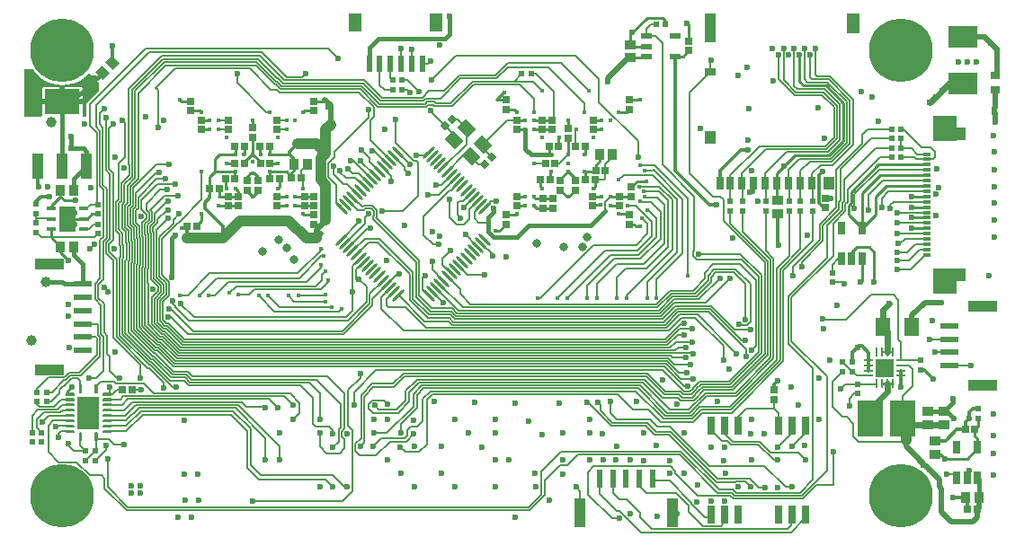
<source format=gbl>
G04 Layer_Physical_Order=4*
G04 Layer_Color=16711680*
%FSLAX44Y44*%
%MOMM*%
G71*
G01*
G75*
%ADD10C,0.1270*%
%ADD11R,0.5500X0.5500*%
%ADD12R,0.6400X0.6400*%
%ADD13R,0.6400X0.6400*%
%ADD23R,0.5500X0.5500*%
%ADD26R,1.6500X2.4000*%
%ADD27O,0.9000X0.4000*%
%ADD28R,0.9500X1.0000*%
%ADD29R,1.0000X0.9500*%
%ADD37R,2.7000X1.0000*%
%ADD38R,1.7000X0.6000*%
%ADD39R,1.4000X1.8000*%
%ADD40C,0.2500*%
%ADD41C,0.3000*%
%ADD42C,0.5000*%
%ADD43C,0.1500*%
%ADD44C,0.6000*%
%ADD45C,0.4000*%
%ADD46C,0.2000*%
%ADD51C,6.0000*%
%ADD52C,0.6000*%
%ADD53C,0.4500*%
%ADD54C,1.0000*%
%ADD55C,0.8000*%
%ADD56R,0.9500X0.8000*%
%ADD57R,2.7430X2.1590*%
%ADD58R,0.6000X1.7000*%
%ADD59R,1.0000X2.7000*%
%ADD60R,0.7620X1.7145*%
%ADD61R,0.6000X1.5500*%
%ADD62R,1.2000X1.8000*%
%ADD63R,0.6500X1.2000*%
%ADD64R,0.8000X0.3000*%
%ADD65R,2.2000X2.4000*%
%ADD66R,0.8500X1.3000*%
%ADD67R,1.3000X1.9000*%
%ADD68R,1.0000X2.8000*%
%ADD69R,1.0000X0.8000*%
%ADD70R,1.0000X1.2000*%
%ADD71R,0.7000X1.2000*%
%ADD72R,2.0500X3.0500*%
%ADD73C,0.1000*%
%ADD74O,0.2500X0.9000*%
%ADD75O,0.9000X0.2500*%
%ADD76R,1.7000X1.7000*%
%ADD77R,2.4500X3.3500*%
G04:AMPARAMS|DCode=78|XSize=0.3mm|YSize=1.6mm|CornerRadius=0mm|HoleSize=0mm|Usage=FLASHONLY|Rotation=135.000|XOffset=0mm|YOffset=0mm|HoleType=Round|Shape=Round|*
%AMOVALD78*
21,1,1.3000,0.3000,0.0000,0.0000,225.0*
1,1,0.3000,0.4596,0.4596*
1,1,0.3000,-0.4596,-0.4596*
%
%ADD78OVALD78*%

G04:AMPARAMS|DCode=79|XSize=0.3mm|YSize=1.6mm|CornerRadius=0mm|HoleSize=0mm|Usage=FLASHONLY|Rotation=225.000|XOffset=0mm|YOffset=0mm|HoleType=Round|Shape=Round|*
%AMOVALD79*
21,1,1.3000,0.3000,0.0000,0.0000,315.0*
1,1,0.3000,-0.4596,0.4596*
1,1,0.3000,0.4596,-0.4596*
%
%ADD79OVALD79*%

G04:AMPARAMS|DCode=80|XSize=1mm|YSize=0.95mm|CornerRadius=0mm|HoleSize=0mm|Usage=FLASHONLY|Rotation=135.000|XOffset=0mm|YOffset=0mm|HoleType=Round|Shape=Rectangle|*
%AMROTATEDRECTD80*
4,1,4,0.6894,-0.0177,0.0177,-0.6894,-0.6894,0.0177,-0.0177,0.6894,0.6894,-0.0177,0.0*
%
%ADD80ROTATEDRECTD80*%

%ADD81R,1.0000X2.3500*%
%ADD82R,3.3000X2.3500*%
%ADD83P,0.9051X4X360.0*%
G04:AMPARAMS|DCode=84|XSize=1.4mm|YSize=1.15mm|CornerRadius=0mm|HoleSize=0mm|Usage=FLASHONLY|Rotation=135.000|XOffset=0mm|YOffset=0mm|HoleType=Round|Shape=Rectangle|*
%AMROTATEDRECTD84*
4,1,4,0.9016,-0.0884,0.0884,-0.9016,-0.9016,0.0884,-0.0884,0.9016,0.9016,-0.0884,0.0*
%
%ADD84ROTATEDRECTD84*%

%ADD85R,1.0000X0.6000*%
%ADD86C,1.0000*%
G36*
X-401100Y-285500D02*
X-394000D01*
Y-288300D01*
X-401100D01*
Y-288303D01*
X-401681D01*
X-402503Y-287481D01*
Y-286319D01*
X-401681Y-285497D01*
X-401100D01*
Y-285500D01*
D02*
G37*
G36*
X-428497Y-286319D02*
Y-287481D01*
X-429319Y-288303D01*
X-429900D01*
Y-288300D01*
X-437000D01*
Y-285500D01*
X-429900D01*
Y-285497D01*
X-429319D01*
X-428497Y-286319D01*
D02*
G37*
G36*
Y-281319D02*
Y-282481D01*
X-429319Y-283303D01*
X-429900D01*
Y-283300D01*
X-437000D01*
Y-280500D01*
X-429900D01*
Y-280497D01*
X-429319D01*
X-428497Y-281319D01*
D02*
G37*
G36*
Y-276319D02*
Y-277481D01*
X-429319Y-278303D01*
X-429900D01*
Y-278300D01*
X-437000D01*
Y-275500D01*
X-429900D01*
Y-275497D01*
X-429319D01*
X-428497Y-276319D01*
D02*
G37*
G36*
X-401100Y-280500D02*
X-394000D01*
Y-283300D01*
X-401100D01*
Y-283303D01*
X-401681D01*
X-402503Y-282481D01*
Y-281319D01*
X-401681Y-280497D01*
X-401100D01*
Y-280500D01*
D02*
G37*
G36*
Y-290500D02*
X-394000D01*
Y-293300D01*
X-401100D01*
Y-293303D01*
X-401681D01*
X-402503Y-292481D01*
Y-291319D01*
X-401681Y-290497D01*
X-401100D01*
Y-290500D01*
D02*
G37*
G36*
X-406597Y-298219D02*
Y-298800D01*
X-406600D01*
Y-305900D01*
X-409400D01*
Y-298800D01*
X-409403D01*
Y-298219D01*
X-408581Y-297397D01*
X-407419D01*
X-406597Y-298219D01*
D02*
G37*
G36*
X-421597D02*
Y-298800D01*
X-421600D01*
Y-305900D01*
X-424400D01*
Y-298800D01*
X-424403D01*
Y-298219D01*
X-423581Y-297397D01*
X-422419D01*
X-421597Y-298219D01*
D02*
G37*
G36*
X-428497Y-296319D02*
Y-297481D01*
X-429319Y-298303D01*
X-429900D01*
Y-298300D01*
X-437000D01*
Y-295500D01*
X-429900D01*
Y-295497D01*
X-429319D01*
X-428497Y-296319D01*
D02*
G37*
G36*
Y-291319D02*
Y-292481D01*
X-429319Y-293303D01*
X-429900D01*
Y-293300D01*
X-437000D01*
Y-290500D01*
X-429900D01*
Y-290497D01*
X-429319D01*
X-428497Y-291319D01*
D02*
G37*
G36*
X-401100Y-295500D02*
X-394000D01*
Y-298300D01*
X-401100D01*
Y-298303D01*
X-401681D01*
X-402503Y-297481D01*
Y-296319D01*
X-401681Y-295497D01*
X-401100D01*
Y-295500D01*
D02*
G37*
G36*
Y-275500D02*
X-394000D01*
Y-278300D01*
X-401100D01*
Y-278303D01*
X-401681D01*
X-402503Y-277481D01*
Y-276319D01*
X-401681Y-275497D01*
X-401100D01*
Y-275500D01*
D02*
G37*
G36*
X-421600Y-260000D02*
X-421597D01*
Y-260581D01*
X-422419Y-261403D01*
X-423581D01*
X-424403Y-260581D01*
Y-260000D01*
X-424400D01*
Y-252900D01*
X-421600D01*
Y-260000D01*
D02*
G37*
G36*
X-401100Y-260500D02*
X-394000D01*
Y-263300D01*
X-401100D01*
Y-263303D01*
X-401681D01*
X-402503Y-262481D01*
Y-261319D01*
X-401681Y-260497D01*
X-401100D01*
Y-260500D01*
D02*
G37*
G36*
X-466374Y42838D02*
X-463052Y38948D01*
X-459162Y35626D01*
X-454800Y32953D01*
X-450074Y30995D01*
X-445100Y29801D01*
X-440000Y29399D01*
X-434900Y29801D01*
X-429926Y30995D01*
X-425200Y32953D01*
X-420838Y35626D01*
X-416948Y38948D01*
X-415483Y40664D01*
X-414214Y40714D01*
X-405500Y32000D01*
Y24604D01*
X-416613Y13491D01*
X-417331Y12415D01*
X-417584Y11147D01*
Y0D01*
X-420302D01*
X-420633Y402D01*
X-421096Y1270D01*
X-420951Y2000D01*
Y11250D01*
X-459049D01*
Y2000D01*
X-458904Y1270D01*
X-459367Y402D01*
X-459698Y0D01*
X-475702D01*
Y44500D01*
X-467393D01*
X-466374Y42838D01*
D02*
G37*
G36*
X-406600Y-260000D02*
X-406597D01*
Y-260581D01*
X-407419Y-261403D01*
X-408581D01*
X-409403Y-260581D01*
Y-260000D01*
X-409400D01*
Y-252900D01*
X-406600D01*
Y-260000D01*
D02*
G37*
G36*
X-428497Y-261319D02*
Y-262481D01*
X-429319Y-263303D01*
X-429900D01*
Y-263300D01*
X-437000D01*
Y-260500D01*
X-429900D01*
Y-260497D01*
X-429319D01*
X-428497Y-261319D01*
D02*
G37*
G36*
X-401100Y-270500D02*
X-394000D01*
Y-273300D01*
X-401100D01*
Y-273303D01*
X-401681D01*
X-402503Y-272481D01*
Y-271319D01*
X-401681Y-270497D01*
X-401100D01*
Y-270500D01*
D02*
G37*
G36*
X-428497Y-271319D02*
Y-272481D01*
X-429319Y-273303D01*
X-429900D01*
Y-273300D01*
X-437000D01*
Y-270500D01*
X-429900D01*
Y-270497D01*
X-429319D01*
X-428497Y-271319D01*
D02*
G37*
G36*
X-401100Y-265500D02*
X-394000D01*
Y-268300D01*
X-401100D01*
Y-268303D01*
X-401681D01*
X-402503Y-267481D01*
Y-266319D01*
X-401681Y-265497D01*
X-401100D01*
Y-265500D01*
D02*
G37*
G36*
X-428497Y-266319D02*
Y-267481D01*
X-429319Y-268303D01*
X-429900D01*
Y-268300D01*
X-437000D01*
Y-265500D01*
X-429900D01*
Y-265497D01*
X-429319D01*
X-428497Y-266319D01*
D02*
G37*
%LPC*%
G36*
X-423500Y28049D02*
X-437500D01*
Y16250D01*
X-420951D01*
Y25500D01*
X-421145Y26475D01*
X-421698Y27302D01*
X-422525Y27855D01*
X-423500Y28049D01*
D02*
G37*
G36*
X-442500D02*
X-456500D01*
X-457475Y27855D01*
X-458302Y27302D01*
X-458855Y26475D01*
X-459049Y25500D01*
Y16250D01*
X-442500D01*
Y28049D01*
D02*
G37*
%LPD*%
D10*
X139500Y-206000D02*
X145500D01*
X141000Y-222595D02*
X153595D01*
X154500Y-223500D01*
X141408Y-200500D02*
X153000D01*
X127500Y-210500D02*
X143000Y-195000D01*
X145500D01*
X128452Y-233360D02*
X142592Y-247500D01*
X154000D01*
X127400Y-235900D02*
X146000Y-254500D01*
X149000D01*
X-370894Y-103222D02*
Y-103222D01*
Y-103222D02*
X-369705Y-104411D01*
X-373434Y-104274D02*
Y-104274D01*
X-370605Y-99919D02*
X-367165Y-103359D01*
X-357005Y-103228D02*
X-353218Y-99440D01*
X-359545Y-102176D02*
X-355758Y-98388D01*
X-362085Y-101124D02*
X-358298Y-97336D01*
X-364625Y-100071D02*
X-360838Y-96284D01*
X-354465Y-104280D02*
X-350678Y-100492D01*
X109876Y-55500D02*
X116000D01*
X109721Y-55655D02*
X109876Y-55500D01*
X106279Y-55655D02*
X109721D01*
X106124Y-55500D02*
X106279Y-55655D01*
X88500Y-55500D02*
X106124D01*
X108000Y-51500D02*
X115500D01*
X116500Y-50500D01*
X91500Y-169000D02*
X134500Y-126000D01*
Y-78500D01*
X122075Y-66075D02*
X134500Y-78500D01*
X103925Y-66075D02*
X122075D01*
X103500Y-66500D02*
X103925Y-66075D01*
X116000Y-55500D02*
X139000Y-78500D01*
X84000Y-60000D02*
X88500Y-55500D01*
X116500Y-50500D02*
X144000Y-78000D01*
Y-129000D02*
Y-78000D01*
X119500Y-153500D02*
X144000Y-129000D01*
X117500Y-46000D02*
X149000Y-77500D01*
Y-150500D02*
Y-77500D01*
X139000Y-128000D02*
Y-78500D01*
X110500Y-156500D02*
X139000Y-128000D01*
X91500Y-171000D02*
Y-169000D01*
X104500Y-46000D02*
X117500D01*
X107930Y-70230D02*
X108200Y-70500D01*
X108500Y-76000D02*
X109000Y-76500D01*
X104000Y-80000D02*
X105000Y-81000D01*
X122000Y-70500D02*
X130500Y-79000D01*
Y-123000D02*
Y-79000D01*
X110000Y-143500D02*
X130500Y-123000D01*
X120000Y-76500D02*
X127000Y-83500D01*
Y-119500D02*
Y-83500D01*
X107500Y-139000D02*
X127000Y-119500D01*
X110500Y-171000D02*
Y-156500D01*
X119500Y-171000D02*
Y-153500D01*
X136276Y-234000D02*
X151500D01*
X130556Y-228280D02*
X136276Y-234000D01*
X140684Y-242000D02*
X148000D01*
X129504Y-230820D02*
X140684Y-242000D01*
X7500Y-171500D02*
X10000D01*
X128868Y-213040D02*
X141408Y-200500D01*
X129920Y-215580D02*
X139500Y-206000D01*
X132380Y-218120D02*
X138000Y-212500D01*
X153000D01*
X140500Y-217500D02*
X147000D01*
X137340Y-220660D02*
X140500Y-217500D01*
X140395Y-223200D02*
X141000Y-222595D01*
X133240Y-225740D02*
X135000Y-227500D01*
X147000D01*
X-463905Y-285905D02*
X-457245Y-279245D01*
X-463905Y-293595D02*
X-459500Y-298000D01*
X-463905Y-293595D02*
Y-285905D01*
X-457245Y-279245D02*
X-441745D01*
X-468500Y-298000D02*
Y-282000D01*
X-463000Y-276500D01*
X-444500D01*
X-439900Y-271900D01*
X-435600D01*
X-441400Y-266900D02*
X-435600D01*
X-448155Y-273655D02*
X-441400Y-266900D01*
X-461345Y-273655D02*
X-448155D01*
X-464000Y-271000D02*
X-461345Y-273655D01*
X-464000Y-271000D02*
Y-269000D01*
X-439400Y-276900D02*
X-435600D01*
X-441745Y-279245D02*
X-439400Y-276900D01*
X374000Y-40500D02*
X380000D01*
X382000Y-38500D01*
Y-33500D01*
X378000Y-29500D02*
X382000Y-33500D01*
X369500Y-29500D02*
X378000D01*
X352000Y-12000D02*
X369500Y-29500D01*
X350000Y-12000D02*
X352000D01*
X350000Y-30000D02*
Y-21000D01*
X346500Y-100500D02*
X374000D01*
X346500Y-110500D02*
X374000D01*
X11500Y-4000D02*
X12000Y-3500D01*
X10000Y-171500D02*
X60500Y-121000D01*
X100500D01*
X111000Y-110500D01*
Y-101000D01*
X26500Y-171500D02*
X71500Y-126500D01*
X101500D01*
X115500Y-112500D01*
Y-99500D01*
X35500Y-171500D02*
X76500Y-130500D01*
X102500D01*
X119500Y-113500D01*
Y-96000D01*
X54500Y-171000D02*
Y-159500D01*
X79500Y-134500D01*
X104500D01*
X123500Y-115500D01*
Y-90000D01*
X114500Y-81000D02*
X123500Y-90000D01*
X63500Y-171000D02*
Y-158000D01*
X82500Y-139000D01*
X107500D01*
X82500Y-171000D02*
Y-152000D01*
X91000Y-143500D01*
X110000D01*
X106000Y-96000D02*
X111000Y-101000D01*
X106000Y-96000D02*
X106000D01*
X100000Y-84000D02*
X115500Y-99500D01*
X92000Y-84000D02*
X100000D01*
X111500Y-88000D02*
X119500Y-96000D01*
X110500Y-88000D02*
X111500D01*
X105000Y-81000D02*
X114500D01*
X109000Y-76500D02*
X120000D01*
X108200Y-70500D02*
X122000D01*
X239315Y53210D02*
Y63710D01*
X249220Y54115D02*
Y64115D01*
X259125Y52710D02*
Y64210D01*
X-331502Y-74500D02*
X-331001Y-75001D01*
X-350500Y-64000D02*
X-333502D01*
X-333501Y-64001D01*
X347000Y-120000D02*
X349000D01*
X353500Y-115500D01*
X374000D01*
X-351000Y-59000D02*
X-343000D01*
X346000Y-128000D02*
X356000D01*
X363500Y-120500D01*
X374000D01*
X-351500Y-53000D02*
X-348500D01*
X346000Y-136000D02*
X357000D01*
X367500Y-125500D01*
X374000D01*
X-351500Y-45500D02*
X-339500D01*
X346500Y-144000D02*
X359000D01*
X372500Y-130500D01*
X374000D01*
X342500Y-80500D02*
X374000D01*
X-330721Y-99845D02*
X-330345D01*
X-309000Y-78500D01*
Y-52000D01*
X-344000Y-74500D02*
X-331502D01*
X346500Y-90500D02*
X374000D01*
X339499Y-83501D02*
X342500Y-80500D01*
X339499Y-86500D02*
Y-83501D01*
X331500Y-86000D02*
Y-77000D01*
X338000Y-70500D01*
X374000D01*
X319500Y-74000D02*
X333000Y-60500D01*
X319500Y-88000D02*
Y-74000D01*
X333000Y-60500D02*
X374000D01*
X305999Y-86500D02*
Y-73501D01*
X329000Y-50500D01*
X374000D01*
X-347740Y-69000D02*
X-341000D01*
X-341160Y-80000D02*
X-340500D01*
X-341620Y-88000D02*
X-340500D01*
X-335595Y-97595D02*
X-330000Y-92000D01*
X-335595Y-100905D02*
Y-97595D01*
X183750Y-299250D02*
Y-291273D01*
X227000Y-317000D02*
X253000D01*
X260000Y-324000D01*
X216500Y-306500D02*
X227000Y-317000D01*
X183750Y-299250D02*
X191000Y-306500D01*
X216500D01*
X171050Y-295550D02*
Y-291273D01*
Y-295550D02*
X181500Y-306000D01*
X186500D01*
X189540Y-309040D01*
X215448D01*
X230408Y-324000D01*
X234000D01*
X-373434Y-67434D02*
X-351500Y-45500D01*
X-370894Y-72394D02*
X-351500Y-53000D01*
X-368354Y-76354D02*
X-351000Y-59000D01*
X-365814Y-79314D02*
X-350500Y-64000D01*
X-361000Y-82260D02*
X-347740Y-69000D01*
X-360838Y-96284D02*
Y-92221D01*
X-358298Y-97336D02*
Y-91169D01*
X-361000Y-88466D02*
X-358298Y-91169D01*
X-357687Y-88187D02*
X-344000Y-74500D01*
X-357687Y-88187D02*
Y-88187D01*
Y-88187D02*
X-355758Y-90117D01*
Y-98388D02*
Y-90117D01*
X-353218Y-99440D02*
Y-92058D01*
X-341160Y-80000D01*
X-350678Y-97058D02*
X-341620Y-88000D01*
X-350678Y-100492D02*
Y-97058D01*
X-361000Y-88466D02*
Y-82260D01*
X-373434Y-84231D02*
Y-67434D01*
X-370894Y-85283D02*
Y-72394D01*
X-365814Y-87244D02*
Y-79314D01*
Y-87244D02*
X-360838Y-92221D01*
X-368354Y-86335D02*
Y-76354D01*
X-375685Y-86482D02*
X-373434Y-84231D01*
X-373145Y-87534D02*
X-370894Y-85283D01*
X-370605Y-88586D02*
X-368354Y-86335D01*
X-370605Y-99919D02*
Y-96327D01*
X-370648Y-96284D02*
X-370605Y-96327D01*
X-370648Y-96284D02*
Y-92221D01*
X-370605Y-92178D01*
Y-88586D01*
X-373145Y-91126D02*
Y-87534D01*
X-373188Y-91169D02*
X-373145Y-91126D01*
X-373188Y-97336D02*
Y-91169D01*
Y-97336D02*
X-373145Y-97379D01*
Y-100971D02*
Y-97379D01*
X-375685Y-102023D02*
Y-98431D01*
X-375728Y-98388D02*
X-375685Y-98431D01*
X-375728Y-98388D02*
Y-90117D01*
X-375685Y-90074D01*
Y-86482D01*
X-373145Y-100971D02*
X-370894Y-103222D01*
X-375685Y-102023D02*
X-373434Y-104274D01*
X-324936Y-210500D02*
X127500D01*
X-325988Y-213040D02*
X128868D01*
X-327040Y-215580D02*
X129920D01*
X-328092Y-218120D02*
X132380D01*
X-329144Y-220660D02*
X137340D01*
X-330196Y-223200D02*
X140395D01*
X-331248Y-225740D02*
X133240D01*
X-332300Y-228280D02*
X130556D01*
X-333352Y-230820D02*
X129504D01*
X-334404Y-233360D02*
X128452D01*
X-335457Y-235900D02*
X127400D01*
X-372245Y-115699D02*
Y-105463D01*
X-373434Y-104274D02*
X-372245Y-105463D01*
X-369705Y-114647D02*
Y-104411D01*
X-362085Y-111491D02*
Y-101124D01*
X-359545Y-110439D02*
Y-102176D01*
X-357005Y-109387D02*
X-356275Y-110117D01*
X-357005Y-109387D02*
Y-103228D01*
X-354465Y-108335D02*
X-353735Y-109065D01*
X-354465Y-108335D02*
Y-104280D01*
X-348655Y-113965D02*
X-335595Y-100905D01*
X-346115Y-115239D02*
X-330721Y-99845D01*
X-367165Y-113595D02*
Y-103359D01*
X-364625Y-112543D02*
Y-100071D01*
X-351195Y-106695D02*
X-340500Y-96000D01*
X-350822Y-220535D02*
X-335457Y-235900D01*
X-352854Y-220535D02*
X-350822D01*
X-349770Y-217995D02*
X-334404Y-233360D01*
X-351802Y-217995D02*
X-349770D01*
X-348718Y-215455D02*
X-333352Y-230820D01*
X-350750Y-215455D02*
X-348718D01*
X-347666Y-212915D02*
X-332300Y-228280D01*
X-349698Y-212915D02*
X-347666D01*
X-346614Y-210375D02*
X-331248Y-225740D01*
X-348646Y-210375D02*
X-346614D01*
X-345561Y-207835D02*
X-330196Y-223200D01*
X-347594Y-207835D02*
X-345561D01*
X-344509Y-205295D02*
X-329144Y-220660D01*
X-346542Y-205295D02*
X-344509D01*
X-343457Y-202755D02*
X-328092Y-218120D01*
X-345490Y-202755D02*
X-343457D01*
X-342405Y-200215D02*
X-327040Y-215580D01*
X-344438Y-200215D02*
X-342405D01*
X-341353Y-197675D02*
X-325988Y-213040D01*
X-365083Y-208306D02*
X-352854Y-220535D01*
X-365083Y-208306D02*
X-365083D01*
X-364031Y-205766D02*
X-364031D01*
X-351802Y-217995D01*
X-340301Y-195135D02*
X-324936Y-210500D01*
X-342333Y-195135D02*
X-340301D01*
X-345634Y-191834D02*
X-342333Y-195135D01*
X-348174Y-192886D02*
X-343386Y-197675D01*
X-341353D01*
X-350714Y-193938D02*
X-344438Y-200215D01*
X-353254Y-194990D02*
X-345490Y-202755D01*
X-355794Y-196042D02*
X-346542Y-205295D01*
X-355794Y-196042D02*
Y-170731D01*
X-361926Y-200686D02*
X-349698Y-212915D01*
X-361926Y-200686D02*
X-361926D01*
X-362979Y-203226D02*
X-350750Y-215455D01*
X-362979Y-203226D02*
X-362979D01*
X-369705Y-114647D02*
X-368975Y-115377D01*
X-367165Y-113595D02*
X-366435Y-114325D01*
X-364625Y-112543D02*
X-363895Y-113273D01*
X-362085Y-111491D02*
X-361355Y-112221D01*
X-359545Y-110439D02*
X-358815Y-111169D01*
X-345634Y-191834D02*
Y-174940D01*
X-339434Y-168740D01*
Y-156260D01*
X-348174Y-192886D02*
Y-173888D01*
X-341974Y-167688D01*
Y-157312D01*
X-344514Y-166636D02*
Y-158364D01*
X-350714Y-172836D02*
X-344514Y-166636D01*
X-350714Y-193938D02*
Y-172836D01*
X-353254Y-194990D02*
Y-171784D01*
X-347054Y-165583D01*
Y-159416D01*
X-349594Y-164531D02*
Y-160468D01*
X-355794Y-170731D02*
X-349594Y-164531D01*
X-346115Y-149579D02*
X-339434Y-156260D01*
X-346115Y-149579D02*
Y-115239D01*
X-348655Y-150631D02*
X-341974Y-157312D01*
X-348655Y-150631D02*
Y-113965D01*
X-351195Y-151683D02*
Y-106695D01*
Y-151683D02*
X-344514Y-158364D01*
X-353735Y-152735D02*
X-347054Y-159416D01*
X-353735Y-152735D02*
Y-109065D01*
X-356275Y-153787D02*
Y-110117D01*
Y-153787D02*
X-349594Y-160468D01*
X-358815Y-143454D02*
Y-111169D01*
X-359404Y-196024D02*
Y-157500D01*
Y-196024D02*
X-347594Y-207835D01*
X-361355Y-142402D02*
Y-112221D01*
X-363895Y-141350D02*
Y-113273D01*
X-366435Y-140298D02*
Y-114325D01*
X-368975Y-139246D02*
Y-115377D01*
X-371515Y-138194D02*
Y-116429D01*
X-372245Y-115699D02*
X-371515Y-116429D01*
X-359545Y-144184D02*
X-358815Y-143454D01*
X-359545Y-157359D02*
Y-144184D01*
Y-157359D02*
X-359404Y-157500D01*
X-362335Y-196686D02*
X-348646Y-210375D01*
X-362335Y-196686D02*
Y-143382D01*
X-361355Y-142402D01*
X-364875Y-197738D02*
X-361926Y-200686D01*
X-364875Y-197738D02*
Y-142330D01*
X-363895Y-141350D01*
X-367415Y-198790D02*
X-362979Y-203226D01*
X-367415Y-198790D02*
Y-141278D01*
X-366435Y-140298D01*
X-369955Y-140226D02*
X-368975Y-139246D01*
X-369955Y-199842D02*
Y-140226D01*
Y-199842D02*
X-364031Y-205766D01*
X-372495Y-200894D02*
X-365083Y-208306D01*
X-372495Y-200894D02*
Y-139173D01*
X-371515Y-138194D01*
D11*
X-455000Y-269000D02*
D03*
Y-260000D02*
D03*
X-464000Y-269000D02*
D03*
Y-260000D02*
D03*
X-468500Y-298000D02*
D03*
Y-307000D02*
D03*
X-459500Y-298000D02*
D03*
Y-307000D02*
D03*
X368000Y-239000D02*
D03*
Y-230000D02*
D03*
X295000Y-231500D02*
D03*
Y-240500D02*
D03*
X304000Y-231500D02*
D03*
Y-240500D02*
D03*
X309000Y-252500D02*
D03*
Y-261500D02*
D03*
X255000Y-89000D02*
D03*
Y-80000D02*
D03*
X244500Y-89000D02*
D03*
Y-80000D02*
D03*
X222500Y-89000D02*
D03*
Y-80000D02*
D03*
X266500Y-89000D02*
D03*
Y-80000D02*
D03*
X189000Y-89000D02*
D03*
Y-80000D02*
D03*
X200500Y-89000D02*
D03*
Y-80000D02*
D03*
X-406500Y-101500D02*
D03*
Y-110500D02*
D03*
Y-92000D02*
D03*
Y-83000D02*
D03*
X-464500Y-100500D02*
D03*
Y-109500D02*
D03*
Y-82500D02*
D03*
Y-91500D02*
D03*
X285000Y-156500D02*
D03*
Y-147500D02*
D03*
X422500Y-284500D02*
D03*
Y-275500D02*
D03*
D12*
X-383500Y-258000D02*
D03*
X-374500D02*
D03*
X15000Y-44000D02*
D03*
X24000D02*
D03*
X-322500Y-104000D02*
D03*
X-313500D02*
D03*
X-244500Y-59000D02*
D03*
X-235500D02*
D03*
X-224000Y-58000D02*
D03*
X-215000D02*
D03*
X-277500Y-59000D02*
D03*
X-286500D02*
D03*
X-277500Y-28000D02*
D03*
X-268500D02*
D03*
X-254000D02*
D03*
X-245000D02*
D03*
X-301400Y-68000D02*
D03*
X-292400D02*
D03*
X-277500Y-44000D02*
D03*
X-268500D02*
D03*
X-253500D02*
D03*
X-244500D02*
D03*
X10500Y-60000D02*
D03*
X19500D02*
D03*
X61500D02*
D03*
X52500D02*
D03*
X43500Y-28000D02*
D03*
X52500D02*
D03*
X18500D02*
D03*
X27500D02*
D03*
X62500Y-51000D02*
D03*
X71500D02*
D03*
X419500Y-295000D02*
D03*
X410500D02*
D03*
X421500Y-370500D02*
D03*
X412500D02*
D03*
D13*
X230000Y-267000D02*
D03*
Y-258000D02*
D03*
X278500Y-77000D02*
D03*
Y-86000D02*
D03*
X-203000Y-101500D02*
D03*
Y-92500D02*
D03*
X-309000Y-12500D02*
D03*
Y-3500D02*
D03*
X-319000Y14500D02*
D03*
Y5500D02*
D03*
X-203000Y14500D02*
D03*
Y5500D02*
D03*
X-284000Y-12500D02*
D03*
Y-3500D02*
D03*
X-261000Y-19500D02*
D03*
Y-10500D02*
D03*
X-238000Y-12500D02*
D03*
Y-3500D02*
D03*
X-274000Y-84500D02*
D03*
Y-75500D02*
D03*
X-256000Y-60500D02*
D03*
Y-69500D02*
D03*
X-284000Y-84500D02*
D03*
Y-75500D02*
D03*
X-238000Y-84500D02*
D03*
Y-75500D02*
D03*
X-266000Y-69500D02*
D03*
Y-60500D02*
D03*
X-203000Y-75500D02*
D03*
Y-84500D02*
D03*
X-212000Y-75500D02*
D03*
Y-84500D02*
D03*
X-12000Y-12500D02*
D03*
Y-3500D02*
D03*
Y-84500D02*
D03*
Y-75500D02*
D03*
X-22000Y-101500D02*
D03*
Y-92500D02*
D03*
X94000D02*
D03*
Y-101500D02*
D03*
Y6500D02*
D03*
Y15500D02*
D03*
X-22000D02*
D03*
Y6500D02*
D03*
X21000Y-3500D02*
D03*
Y-12500D02*
D03*
X60000Y-3500D02*
D03*
Y-12500D02*
D03*
X12000Y-3500D02*
D03*
Y-12500D02*
D03*
X36000Y-20500D02*
D03*
Y-11500D02*
D03*
X22000Y-86500D02*
D03*
Y-77500D02*
D03*
X59000Y-84500D02*
D03*
Y-75500D02*
D03*
X29000Y-60500D02*
D03*
Y-69500D02*
D03*
X43000Y-60500D02*
D03*
Y-69500D02*
D03*
X13000Y-77500D02*
D03*
Y-86500D02*
D03*
X85000Y-75500D02*
D03*
Y-84500D02*
D03*
X96000Y-75500D02*
D03*
Y-66500D02*
D03*
X150000Y62000D02*
D03*
Y71000D02*
D03*
D23*
X-120000Y25000D02*
D03*
X-129000D02*
D03*
X-120000Y34500D02*
D03*
X-129000D02*
D03*
X-418000Y-315500D02*
D03*
X-409000D02*
D03*
X350000Y-21000D02*
D03*
X341000D02*
D03*
X350000Y-12000D02*
D03*
X341000D02*
D03*
X1500Y40000D02*
D03*
X-7500D02*
D03*
X341000Y-30000D02*
D03*
X350000D02*
D03*
X341000Y-38500D02*
D03*
X350000D02*
D03*
X128000Y87000D02*
D03*
X119000D02*
D03*
X-409000Y-324500D02*
D03*
X-418000D02*
D03*
D26*
X-435500Y-96500D02*
D03*
D27*
X-450750Y-87000D02*
D03*
Y-96500D02*
D03*
Y-106000D02*
D03*
X-420250D02*
D03*
Y-96500D02*
D03*
Y-87000D02*
D03*
D28*
X-222000Y-45500D02*
D03*
X-209500D02*
D03*
X65750Y-36000D02*
D03*
X78250D02*
D03*
X-429250Y-123000D02*
D03*
X-441750D02*
D03*
X-429250Y-69500D02*
D03*
X-441750D02*
D03*
X410500Y-359500D02*
D03*
X423000D02*
D03*
D29*
X375000Y-278250D02*
D03*
Y-290750D02*
D03*
X390000Y-278250D02*
D03*
Y-290750D02*
D03*
X234000Y-91750D02*
D03*
Y-79250D02*
D03*
X94500Y67750D02*
D03*
Y55250D02*
D03*
X382000Y-305750D02*
D03*
Y-318250D02*
D03*
D37*
X427000Y-179000D02*
D03*
Y-253500D02*
D03*
X-452500Y-139500D02*
D03*
Y-239000D02*
D03*
D38*
X395000Y-235000D02*
D03*
Y-222500D02*
D03*
Y-210000D02*
D03*
Y-197500D02*
D03*
X-420500Y-158000D02*
D03*
Y-170500D02*
D03*
Y-220500D02*
D03*
Y-208000D02*
D03*
Y-195500D02*
D03*
Y-183000D02*
D03*
D39*
X332750Y-198500D02*
D03*
X360250D02*
D03*
D40*
X-262246Y-36500D02*
X-261000D01*
X-259754D01*
X59500Y-84000D02*
X60000Y-84500D01*
X-324000Y-104000D02*
X-323250Y-104750D01*
X-259000Y-54000D02*
X-256000Y-57000D01*
X-266000Y-57000D02*
X-263000Y-54000D01*
X-274000Y-75500D02*
Y-71000D01*
X-277000Y-68000D02*
X-274000Y-71000D01*
X-24500Y22500D02*
X-23500D01*
X-31500Y15500D02*
X-24500Y22500D01*
X-203000Y-101500D02*
X-195500D01*
X61154Y-83347D02*
X67153D01*
X60000Y-84500D02*
X61154Y-83347D01*
X59000Y-84500D02*
X59500Y-84000D01*
X67500Y-75500D02*
X68000Y-76000D01*
X59000Y-75500D02*
X67500D01*
X102000Y-61500D02*
X110000D01*
X101500Y-61000D02*
X102000Y-61500D01*
X283499Y-77000D02*
X283499Y-77000D01*
X278500Y-77000D02*
X283499D01*
X300479Y-92979D02*
Y-84213D01*
Y-92979D02*
X313000Y-105500D01*
X302844Y-81848D02*
Y-71156D01*
X300479Y-84213D02*
X302844Y-81848D01*
X313000Y-155500D02*
Y-134500D01*
X312000Y-156500D02*
X313000Y-155500D01*
X324500Y-156500D02*
Y-128000D01*
X-412000Y-92000D02*
X-406500D01*
X-416500Y-96500D02*
X-412000Y-92000D01*
X-420250Y-96500D02*
X-416500D01*
X-450750Y-114000D02*
Y-106000D01*
Y-114000D02*
X-441750Y-123000D01*
X360000Y-105500D02*
X373999D01*
X374000Y-105500D01*
X374000Y-105500D01*
X360000Y-85500D02*
X374000D01*
X360000Y-75500D02*
X374000D01*
X308000Y-123500D02*
X320000D01*
X303500Y-128000D02*
X308000Y-123500D01*
X303500Y-134500D02*
Y-128000D01*
X-277500Y-28000D02*
X-277000Y-28500D01*
X-245000Y-36000D02*
Y-28000D01*
X-268500Y-35500D02*
Y-28000D01*
X-254000Y-35000D02*
Y-28000D01*
Y-35000D02*
X-253000Y-36000D01*
X-309000Y-12500D02*
X-301500D01*
X-301000Y-12000D01*
X-309000Y-3500D02*
X-301500D01*
X-301000Y-4000D01*
X-319000Y5500D02*
X-310500D01*
X-309000Y4000D01*
X-327500Y14500D02*
X-319000D01*
X-329000Y16000D02*
X-327500Y14500D01*
X-203000D02*
X-194500D01*
X-211500Y5500D02*
X-203000D01*
X-213000Y4000D02*
X-211500Y5500D01*
X-212500Y-92500D02*
X-203000D01*
X-213000Y-92000D02*
X-212500Y-92500D01*
X-313500Y-103000D02*
X-309000Y-98500D01*
Y-92000D01*
X-301000Y-76000D02*
Y-68400D01*
X-301400Y-68000D02*
X-301000Y-68400D01*
X-292400Y-75400D02*
Y-68000D01*
X-293000Y-76000D02*
X-292400Y-75400D01*
X-244500Y-59000D02*
Y-52500D01*
X-235500Y-66500D02*
Y-59000D01*
X-286500Y-66500D02*
Y-59000D01*
Y-66500D02*
X-285000Y-68000D01*
X-277500Y-59000D02*
Y-52500D01*
X-277000Y-52000D01*
X-293000Y-84000D02*
X-284500D01*
X-284000Y-84500D01*
X-274000D01*
X-238000D02*
X-229500D01*
X-229000Y-84000D01*
X-238000Y-75500D02*
X-229500D01*
X-293000Y-76000D02*
X-284500D01*
X-284000Y-75500D01*
X-274000D01*
X-266000Y-60500D02*
Y-57000D01*
X-256000Y-60500D02*
Y-57000D01*
X-266000Y-71000D02*
Y-69500D01*
Y-71000D02*
X-261000Y-76000D01*
X-256000Y-71000D02*
Y-69500D01*
X-261000Y-76000D02*
X-256000Y-71000D01*
X-261000Y-36000D02*
Y-19500D01*
Y-10500D02*
Y-4000D01*
X-220500Y-75500D02*
X-212000D01*
X-221000Y-76000D02*
X-220500Y-75500D01*
X-221000Y-84000D02*
X-212500D01*
X-212000Y-84500D01*
Y-75500D02*
X-203000D01*
X-212000Y-84500D02*
X-203000D01*
X36000Y-36000D02*
Y-20500D01*
Y-11500D02*
Y-4000D01*
X-31500Y15500D02*
X-22000D01*
Y6500D02*
X-14500D01*
X-12000Y4000D01*
Y-3500D02*
X-4500D01*
X-4000Y-4000D01*
X-12000Y-12500D02*
X-4500D01*
X-4000Y-12000D01*
X4000D02*
X11500D01*
X12000Y-12500D01*
X4000Y-4000D02*
X11500D01*
X12000Y-3500D02*
X21000D01*
X12000Y-12500D02*
X21000D01*
X18500Y-34500D02*
Y-28000D01*
Y-34500D02*
X20000Y-36000D01*
X27500Y-28000D02*
Y-20500D01*
X28000Y-20000D01*
X29000Y-60500D02*
Y-59000D01*
X36000Y-52000D01*
X43000Y-60500D02*
Y-59000D01*
X36000Y-52000D02*
X43000Y-59000D01*
X29000Y-69500D02*
X35500Y-76000D01*
X36000D01*
X36500D02*
X43000Y-69500D01*
X36000Y-76000D02*
X36500D01*
X19500Y-60000D02*
Y-52500D01*
X20000Y-52000D01*
X10500Y-66500D02*
Y-60000D01*
Y-66500D02*
X12000Y-68000D01*
X4000Y-84000D02*
X6500Y-86500D01*
X13000D01*
X22000D01*
X13000Y-77500D02*
X22000D01*
X5500D02*
X13000D01*
X4000Y-76000D02*
X5500Y-77500D01*
X-12000Y-84500D02*
X-4500D01*
X-4000Y-84000D01*
X-12000Y-75500D02*
X-4500D01*
X-4000Y-76000D01*
X-22000Y-92500D02*
X-12500D01*
X-12000Y-92000D01*
X61500Y-66500D02*
Y-60000D01*
X60000Y-68000D02*
X61500Y-66500D01*
X52500Y-60000D02*
Y-52500D01*
X52000Y-52000D02*
X52500Y-52500D01*
X76000Y-76000D02*
X84500D01*
X85000Y-75500D01*
X96000D01*
X96000Y-75500D01*
X76000Y-84000D02*
X84500D01*
X85000Y-84500D01*
X84000Y-92000D02*
X93500D01*
X94000Y-92500D01*
X101000Y-104000D02*
X104000D01*
X98500Y-101500D02*
X101000Y-104000D01*
X94000Y-101500D02*
X98500D01*
X52500Y-35500D02*
Y-28000D01*
X60000Y-12500D02*
X67500D01*
X68000Y-12000D01*
X60000Y-3500D02*
X67500D01*
X68000Y-4000D01*
X84000Y4000D02*
X91500D01*
X94000Y6500D01*
Y15500D02*
X103500D01*
X104000Y16000D01*
X-261000Y-36500D02*
Y-36000D01*
X-285000Y-44000D02*
X-277500D01*
X96000Y-66500D02*
X101500Y-61000D01*
X258370Y28965D02*
X279164D01*
X295570Y12559D01*
Y-23329D02*
Y12559D01*
X282164Y-36735D02*
X295570Y-23329D01*
X249870Y-36735D02*
X282164D01*
X254220Y33115D02*
X258370Y28965D01*
X254220Y33115D02*
Y58115D01*
X337000Y-252000D02*
X342000D01*
X332000D02*
X337000D01*
X320000Y-123500D02*
X324500Y-128000D01*
X360000Y-95500D02*
X374000D01*
X313000Y-105500D02*
X325980Y-92520D01*
Y-75520D01*
X336000Y-65500D01*
X374000D01*
X313000Y-105500D02*
Y-72500D01*
X330000Y-55500D01*
X374000D01*
X328500Y-45500D02*
X374000D01*
X302844Y-71156D02*
X328500Y-45500D01*
X233220Y-78470D02*
X234000Y-79250D01*
X233220Y-78470D02*
Y-62885D01*
Y-53385D01*
X240000Y-46605D01*
X249870Y-36735D01*
X144506Y56506D02*
X150000Y62000D01*
X136995Y56506D02*
X144506D01*
X94500Y55250D02*
X108738D01*
X109995Y56506D01*
X94500Y67750D02*
X96244Y66006D01*
X109995D01*
X419500Y-301500D02*
Y-295000D01*
Y-301500D02*
X421493Y-303493D01*
Y-312004D02*
Y-303493D01*
X52000Y-52000D02*
X61500D01*
X62500Y-51000D01*
X65750Y-42250D02*
Y-36000D01*
X62500Y-45500D02*
X65750Y-42250D01*
X62500Y-51000D02*
Y-45500D01*
X-222000Y-51000D02*
Y-45500D01*
X-224000Y-53000D02*
X-222000Y-51000D01*
X-224000Y-58000D02*
Y-57000D01*
X-229000Y-52000D02*
X-224000Y-57000D01*
Y-53000D01*
X-441750Y-75250D02*
X-438000Y-79000D01*
X-427500D01*
X-441750Y-127749D02*
Y-123000D01*
X-253500Y-44000D02*
Y-42754D01*
X-259754Y-36500D02*
X-253500Y-42754D01*
X-268500Y-44000D02*
Y-42754D01*
X-262246Y-36500D01*
X-301400Y-68000D02*
Y-57400D01*
X-296000Y-52000D01*
X-277000D01*
X-296000D02*
Y-40000D01*
X-292000Y-36000D01*
X-226000D02*
X-222000Y-40000D01*
Y-45500D02*
Y-40000D01*
X-194500Y14500D02*
X-193000Y16000D01*
X-435600Y-261900D02*
Y-259100D01*
X-431500Y-255000D01*
X-431000D01*
X-435500Y-96500D02*
X-420250D01*
X52000Y-36000D02*
X52500Y-35500D01*
X-441750Y-75250D02*
Y-69500D01*
X-450750Y-87000D02*
Y-84250D01*
X-441750Y-75250D01*
X94500Y67750D02*
Y77000D01*
X96500Y79000D01*
X110500Y93000D01*
X125500D01*
X128000Y90500D01*
Y87000D02*
Y90500D01*
X412125Y-322500D02*
X421493Y-313132D01*
Y-312004D01*
X391000Y-322500D02*
X412125D01*
X382000Y-318250D02*
X386750D01*
X391000Y-322500D01*
X419500Y-295000D02*
X422500Y-292000D01*
Y-284500D01*
X-441750Y-127749D02*
X-433999Y-135500D01*
X-325000Y-105000D02*
X-324000Y-104000D01*
X-327999Y-105000D02*
X-325000D01*
X-292000Y-36000D02*
X-277000D01*
Y-28500D01*
X-269000Y-36000D02*
X-268500Y-35500D01*
X-245000Y-36000D02*
X-226000D01*
X148500Y88000D02*
X150000Y86500D01*
Y71000D02*
Y86500D01*
X-229500Y-75500D02*
X-229000Y-76000D01*
X-237000Y-68000D02*
X-235500Y-66500D01*
X-244500Y-44000D02*
X-237000D01*
X-245000Y-52000D02*
X-244500Y-52500D01*
X-245000Y-52000D02*
X-229000D01*
X-263000Y-54000D02*
X-261000D01*
X-259000D01*
X-32000Y-108000D02*
X-28500D01*
X-22000Y-101500D01*
D41*
X169000Y-83500D02*
X176500D01*
X136995Y-51495D02*
X169000Y-83500D01*
X136995Y-51495D02*
Y56506D01*
X-322500Y-115000D02*
Y-104000D01*
X-301000Y-76901D02*
Y-76000D01*
X-306020Y-81921D02*
X-301000Y-76901D01*
X-306020Y-86980D02*
Y-81921D01*
Y-86980D02*
X-289000Y-104000D01*
Y-115000D02*
Y-104000D01*
X-226000Y-33500D02*
X-218500Y-26000D01*
X-226000Y-36000D02*
Y-33500D01*
X-462500Y-66500D02*
Y-66000D01*
X-393081Y50419D02*
Y66419D01*
X-464500Y-82500D02*
Y-80000D01*
X-460000Y-75500D01*
X-452499D01*
X-463000Y-65500D02*
X-462500Y-66000D01*
X-463000Y-65500D02*
Y-46750D01*
X211220Y-71280D02*
Y-62885D01*
X210851Y-71649D02*
X211220Y-71280D01*
X207149Y-71649D02*
X210851D01*
X234000Y-120500D02*
Y-91750D01*
Y-120500D02*
X234500Y-121000D01*
X277183Y-86000D02*
X278500D01*
X272500Y-81317D02*
X277183Y-86000D01*
X272500Y-81317D02*
Y-55500D01*
X276000Y-52000D01*
X179720Y-51000D02*
X199220Y-31500D01*
X205500D01*
X179720Y-62885D02*
Y-51000D01*
X230000Y-258000D02*
Y-253000D01*
X234000Y-249000D01*
X382000Y-305750D02*
X391750D01*
X402500Y-295000D01*
X410500D01*
Y-288080D01*
X413820Y-284760D01*
X411993Y-335837D02*
X413820Y-334010D01*
X411993Y-341004D02*
Y-335837D01*
X410500Y-359500D02*
X412500Y-361500D01*
Y-370500D02*
Y-361500D01*
X399000Y-359500D02*
X410500D01*
X319500Y-239500D02*
Y-234500D01*
Y-229500D01*
Y-223000D01*
X313000Y-216500D02*
X319500Y-223000D01*
X309999Y-216500D02*
X313000D01*
X308999Y-217500D02*
X309999Y-216500D01*
X304000Y-231500D02*
Y-222499D01*
X308999Y-217500D01*
X349500Y-255000D02*
Y-244500D01*
Y-239500D01*
X368000Y-239000D02*
X371500D01*
X380000Y-247500D01*
X380499D01*
X413820Y-284760D02*
Y-279180D01*
X417500Y-275500D01*
X422500D01*
D42*
X421500Y-371000D02*
X423000Y-369500D01*
X372230Y-328500D02*
X385730Y-342000D01*
X-187500Y-8000D02*
Y10500D01*
X-193000Y16000D02*
X-187500Y10500D01*
X-201000Y-107000D02*
X-195500Y-101500D01*
X-200500Y-115000D02*
X-196000Y-110500D01*
X372000Y-328500D02*
X372230D01*
X371000D02*
X372000D01*
X376500Y-333000D01*
X366230Y-322500D02*
X371000Y-327270D01*
X355000Y-311270D02*
X366230Y-322500D01*
Y-323730D02*
X371000Y-328500D01*
X366230Y-323730D02*
Y-322500D01*
X438500Y-5500D02*
Y1500D01*
X438000Y2000D02*
X438500D01*
X438000Y2000D02*
X438000Y2000D01*
X438000Y8500D02*
X438500Y9000D01*
Y16000D01*
X434500Y69000D02*
X440000Y63500D01*
X428400Y75100D02*
X434500Y69000D01*
X440000Y40000D02*
Y63500D01*
X438500Y38500D02*
X440000Y40000D01*
X408000Y75100D02*
X428400D01*
X438500Y16000D02*
Y25500D01*
X385730Y-349230D02*
Y-342000D01*
X387500Y-373000D02*
Y-351000D01*
X385730Y-349230D02*
X387500Y-351000D01*
X-201000Y-110500D02*
Y-107000D01*
Y-110500D02*
X-196000D01*
X73500Y32500D02*
Y35000D01*
X74000Y35500D01*
X73500Y36000D02*
X92750Y55250D01*
X73500Y36000D02*
X74000Y35500D01*
X92750Y55250D02*
X94500D01*
X423000Y-369500D02*
Y-359500D01*
X417000Y-382500D02*
X421500Y-378000D01*
X397000Y-382500D02*
X417000D01*
X387500Y-373000D02*
X397000Y-382500D01*
X421500Y-378000D02*
Y-371000D01*
Y-370500D01*
X-195500Y-101500D02*
X-192000Y-98000D01*
X360250Y-198500D02*
Y-187750D01*
X372500Y-175500D01*
X388000D01*
X355000Y-311270D02*
Y-305000D01*
X371000Y-328500D02*
Y-327270D01*
X438000Y2000D02*
X438500Y1500D01*
X438000Y2000D02*
Y8500D01*
D43*
X-99476Y-36500D02*
X-95976Y-33000D01*
X-383460Y-205436D02*
X-357396Y-231500D01*
X-386230Y-206583D02*
X-358544Y-234270D01*
X-386230Y-206583D02*
Y-133484D01*
X-389000Y-207731D02*
X-359691Y-237040D01*
X-392000Y-208648D02*
Y-167099D01*
Y-208648D02*
X-367000Y-233648D01*
X-400770Y-203730D02*
X-398000Y-206500D01*
Y-223927D02*
X-395479Y-226447D01*
X-398000Y-223927D02*
Y-206500D01*
X-179790Y-306790D02*
Y-295366D01*
X-185000Y-312000D02*
X-179790Y-306790D01*
X-329499Y-176000D02*
X-315999Y-189500D01*
X-163107Y-153500D02*
Y-144500D01*
X-159603Y-41603D02*
X-146021Y-55184D01*
X-84023Y16560D02*
X-64813Y35770D01*
X-97923Y16560D02*
X-84023D01*
X-80500Y24000D02*
X-65960Y38540D01*
X-100921Y17480D02*
X-94401Y24000D01*
X-80500D01*
X-138980Y17480D02*
X-100921D01*
X-99773Y14710D02*
X-97923Y16560D01*
X-89773Y13790D02*
X-88253Y12270D01*
X-96776Y13790D02*
X-89773D01*
X-98626Y11940D02*
X-96776Y13790D01*
X-141523Y11940D02*
X-98626D01*
X-115500Y25000D02*
X-113000Y22500D01*
X-120000Y25000D02*
X-115500D01*
X-97479Y9170D02*
X-95629Y11020D01*
X-159190Y25690D02*
X-142670Y9170D01*
X-158043Y28460D02*
X-141523Y11940D01*
X-156895Y31230D02*
X-140375Y14710D01*
X-155500Y34000D02*
X-138980Y17480D01*
X-140375Y14710D02*
X-99773D01*
X-142670Y9170D02*
X-97479D01*
X-104500Y23000D02*
Y24500D01*
X-92000Y34500D02*
X-69000Y57500D01*
X43500D01*
X65500Y35500D01*
Y13500D02*
Y35500D01*
Y13500D02*
X102500Y-23500D01*
Y-38000D02*
Y-23500D01*
X-165500Y-272500D02*
Y-260000D01*
X-151500Y-270901D02*
X-148079Y-267480D01*
X-151500Y-275500D02*
Y-270901D01*
X-155730Y-307730D02*
Y-264230D01*
X-165500Y-260000D02*
X-144500Y-239000D01*
X-171020Y-258020D02*
X-159500Y-246500D01*
X-171020Y-291480D02*
X-166980Y-295520D01*
X-171020Y-291480D02*
Y-258020D01*
X-155730Y-264230D02*
X-147000Y-255500D01*
X-158500Y-303401D02*
Y-262500D01*
X-115500Y34500D02*
X-105000Y24000D01*
X108040Y-248040D02*
X125040Y-265040D01*
X109770Y-245270D02*
X126770Y-262270D01*
X125040Y-265040D02*
X139788D01*
X142578Y-267830D01*
X140935Y-262270D02*
X143725Y-265060D01*
X126770Y-262270D02*
X140935D01*
X142083Y-259500D02*
X144873Y-262290D01*
X127917Y-259500D02*
X142083D01*
X110917Y-242500D02*
X127917Y-259500D01*
X154583Y-267830D02*
X164413Y-258000D01*
X125500Y-239000D02*
X146020Y-259520D01*
X151079D01*
X144873Y-262290D02*
X152227D01*
X143725Y-265060D02*
X153374D01*
X142578Y-267830D02*
X154583D01*
X159560Y-258710D02*
X163040Y-255230D01*
X159560Y-258874D02*
Y-258710D01*
X153374Y-265060D02*
X159560Y-258874D01*
X156790Y-257227D02*
X161557Y-252460D01*
X156790Y-257727D02*
Y-257227D01*
X152227Y-262290D02*
X156790Y-257727D01*
X154020Y-256079D02*
X160409Y-249690D01*
X154020Y-256579D02*
Y-256079D01*
X151079Y-259520D02*
X154020Y-256579D01*
X165561Y-260770D02*
X193561D01*
X149810Y-276520D02*
X165561Y-260770D01*
X166708Y-263540D02*
X194708D01*
X150958Y-279290D02*
X166708Y-263540D01*
X160435Y-273730D02*
X175131D01*
X152105Y-282060D02*
X160435Y-273730D01*
X161583Y-276500D02*
X173983D01*
X153253Y-284830D02*
X161583Y-276500D01*
X162697Y-279303D02*
X190697D01*
X154143Y-287857D02*
X162697Y-279303D01*
X132020Y-276520D02*
X149810D01*
X129790Y-279290D02*
X150958D01*
X128060Y-282060D02*
X152105D01*
X125830Y-284830D02*
X153253D01*
X123857Y-287857D02*
X154143D01*
X-105000Y24000D02*
X-104500Y24500D01*
X-90921Y11020D02*
X-89401Y9500D01*
X-95629Y11020D02*
X-90921D01*
X-378340Y-103123D02*
X-374900Y-106563D01*
X-383880Y-105417D02*
X-380440Y-108857D01*
X-389420Y-107712D02*
X-385980Y-111152D01*
X309750Y-306750D02*
X353250D01*
X-100500Y-152000D02*
X-99000Y-150500D01*
X-98500D01*
X-98000D01*
X-218500Y-148000D02*
X-195000Y-124500D01*
X-166500Y-165000D02*
Y-140822D01*
Y-183500D02*
Y-165000D01*
X-171107Y-192500D02*
X-153500Y-174893D01*
Y-160500D01*
X-160500Y-153500D02*
X-153500Y-160500D01*
X-155726Y-83710D02*
X-148273D01*
X-154579Y-86480D02*
X-149420D01*
X-177029Y-115996D02*
X-160500Y-99467D01*
Y-98500D01*
X-138500Y-89000D02*
X-119000D01*
X-144533Y-95550D02*
X-104000Y-136083D01*
X-144533Y-95550D02*
X-144533D01*
X-144533D02*
X-143710Y-94726D01*
Y-88273D01*
X-148273Y-83710D02*
X-143710Y-88273D01*
X-149420Y-86480D02*
X-146480Y-89420D01*
Y-93579D02*
Y-89420D01*
X-147480Y-94579D02*
X-146480Y-93579D01*
X-147480Y-96520D02*
Y-94579D01*
X-196000Y-131500D02*
X-193500D01*
X-196500Y-124500D02*
X-195000D01*
X-195500Y-149500D02*
X-192000Y-146000D01*
X-126000Y-24599D02*
Y-3000D01*
Y-24599D02*
X-109079Y-41520D01*
X-106980D02*
X-105000Y-43500D01*
X-109079Y-41520D02*
X-106980D01*
X-89401Y9500D02*
X-73000D01*
X-88253Y12270D02*
X-74230D01*
X-120000Y34500D02*
X-115500D01*
X-147480Y-96520D02*
X-106770Y-137230D01*
X-119000Y-89000D02*
X-119000Y-89000D01*
X-157227Y-85210D02*
X-155726Y-83710D01*
X-157610Y-85210D02*
X-157227D01*
X-156079Y-87980D02*
X-154579Y-86480D01*
X-161911Y-87980D02*
X-156079D01*
X-169958Y-79933D02*
X-161911Y-87980D01*
X-166422Y-76398D02*
X-157610Y-85210D01*
X-106770Y-170147D02*
Y-137230D01*
X-104000Y-169000D02*
Y-136083D01*
X-131000Y36500D02*
Y50000D01*
Y36500D02*
X-129000Y34500D01*
X-136500Y25000D02*
X-129000D01*
X-141000Y29500D02*
X-136500Y25000D01*
X-141000Y29500D02*
Y50000D01*
X-231000Y34000D02*
X-155500D01*
X-20417Y50500D02*
X29500D01*
X-65960Y38540D02*
X-32377D01*
X-20417Y50500D01*
X-31230Y35770D02*
X-20709Y46291D01*
X17709D01*
X-64813Y35770D02*
X-31230D01*
X-232147Y31230D02*
X-156895D01*
X-53500Y33000D02*
X-14500D01*
X-233295Y28460D02*
X-158043D01*
X-74230Y12270D02*
X-53500Y33000D01*
X-52500Y30000D02*
X-9500D01*
X-73000Y9500D02*
X-52500Y30000D01*
X-234442Y25690D02*
X-159190D01*
X71500Y-89000D02*
Y-80500D01*
X76000Y-76000D01*
X-48000Y-100000D02*
X-39000D01*
X-52000Y-96000D02*
X-48000Y-100000D01*
X-52000Y-96000D02*
Y-89962D01*
X-45507Y-83469D01*
X-410500Y-101500D02*
X-406500D01*
X-415000Y-106000D02*
X-410500Y-101500D01*
X-420250Y-106000D02*
X-415000D01*
X-379417Y-371500D02*
X147D01*
X-400270Y-350647D02*
X-379417Y-371500D01*
X-400270Y-350647D02*
Y-341230D01*
X-403000Y-338500D02*
X-400270Y-341230D01*
X-378270Y-368730D02*
X-1000D01*
X-397500Y-349500D02*
X-378270Y-368730D01*
X-397500Y-349500D02*
Y-322500D01*
X-414217Y-338500D02*
X-403000D01*
X-100500Y-163533D02*
Y-152000D01*
Y-163533D02*
X-95004Y-169029D01*
X-407698Y-246500D02*
X-407698D01*
X-414500D02*
X-407698D01*
X-401000Y-239802D01*
X-189520Y-57080D02*
X-181609Y-64990D01*
X-184500Y-54099D02*
X-175079Y-63520D01*
X-189520Y-57080D02*
Y-44421D01*
X-183520Y-38421D01*
Y-33520D01*
X-184500Y-54099D02*
Y-46500D01*
X-168500Y-41500D02*
X-165965D01*
X-178500Y-52500D02*
X-173000Y-58000D01*
X-178500Y-52500D02*
Y-51500D01*
X-172500Y-57500D02*
X-164107D01*
X-173000Y-58000D02*
X-172500Y-57500D01*
X-183520Y-33520D02*
X-151500Y-1500D01*
X-171000Y-49500D02*
X-167000Y-53500D01*
X-172229Y-63520D02*
X-162887Y-72862D01*
X-181609Y-80331D02*
Y-64990D01*
X-175079Y-63520D02*
X-172229D01*
X-181609Y-80331D02*
X-177029Y-84911D01*
X-119000Y-89000D02*
X-105000Y-75000D01*
Y-43500D01*
X-95976Y-33000D02*
X-95004Y-33971D01*
X-150000Y-22000D02*
Y-3917D01*
X-235590Y22920D02*
X-160821D01*
X-146480Y8579D01*
X-150000Y-3917D02*
X-146480Y-397D01*
Y8579D01*
X-151500Y-1500D02*
Y6500D01*
X247000Y-311000D02*
X259950Y-298050D01*
Y-291273D01*
X234000Y-311500D02*
X247250Y-298250D01*
Y-291273D01*
X104599Y-392000D02*
X246217D01*
X84579Y-371980D02*
X104599Y-392000D01*
X82480Y-371980D02*
X84579D01*
X55000Y-356500D02*
X77500Y-379000D01*
X84500D01*
X66000Y-355500D02*
Y-341500D01*
Y-355500D02*
X82480Y-371980D01*
X140337Y-389020D02*
X140357Y-389000D01*
X128663Y-389020D02*
X140337D01*
X128643Y-389000D02*
X128663Y-389020D01*
X115500Y-389000D02*
X128643D01*
X104500Y-378000D02*
X115500Y-389000D01*
X109599Y-330000D02*
X133099D01*
X109579Y-330020D02*
X109599Y-330000D01*
X105421Y-330020D02*
X109579D01*
X105401Y-330000D02*
X105421Y-330020D01*
X60500Y-330000D02*
X105401D01*
X133099D02*
X137520Y-334421D01*
X55000Y-335500D02*
X60500Y-330000D01*
X116000Y-343500D02*
X132000D01*
X246217Y-392000D02*
X259950Y-378267D01*
Y-375728D01*
X243410Y-389090D02*
X246750Y-385750D01*
X180180Y-386320D02*
X183250Y-383250D01*
X166403Y-386320D02*
X180180D01*
X140357Y-389000D02*
X165166D01*
X165256Y-389090D02*
X243410D01*
X165166Y-389000D02*
X165256Y-389090D01*
X166313Y-386230D02*
X166403Y-386320D01*
X163033Y-386230D02*
X166313D01*
X149710Y-372907D02*
X163033Y-386230D01*
X158479Y-357479D02*
X188979D01*
X137520Y-336520D02*
X158479Y-357479D01*
X141353Y-318770D02*
X177292Y-354709D01*
X190385D01*
X178439Y-351939D02*
X191533D01*
X142500Y-316000D02*
X178439Y-351939D01*
X164413Y-258000D02*
X191352D01*
X165128Y-378228D02*
X170550D01*
X78500Y-355000D02*
Y-343500D01*
Y-355000D02*
X84500Y-361000D01*
X91500D01*
X104500Y-374000D01*
Y-378000D02*
Y-374000D01*
X246750Y-385750D02*
Y-377228D01*
X183250Y-383250D02*
Y-377228D01*
X149710Y-372907D02*
Y-366710D01*
X138000Y-355000D02*
X149710Y-366710D01*
X110000Y-355000D02*
X138000D01*
X103500Y-348500D02*
X110000Y-355000D01*
X103500Y-348500D02*
Y-343500D01*
X152480Y-365579D02*
X165128Y-378228D01*
X152480Y-365579D02*
Y-363980D01*
X132000Y-343500D02*
X152480Y-363980D01*
X137520Y-336520D02*
Y-334421D01*
X55000Y-356500D02*
Y-335500D01*
X29000Y-329000D02*
X35500D01*
X45730Y-318770D01*
X141353D01*
X30000Y-316000D02*
X142500D01*
X11000Y-335000D02*
X30000Y-316000D01*
X14500Y-343500D02*
X29000Y-329000D01*
X147Y-371500D02*
X14500Y-357147D01*
Y-343500D01*
X11020Y-356710D02*
Y-347114D01*
X-1000Y-368730D02*
X11020Y-356710D01*
X11000Y-347094D02*
Y-335000D01*
Y-347094D02*
X11020Y-347114D01*
X270335Y-347500D02*
X286000D01*
Y-316000D01*
X190697Y-279303D02*
X239000Y-231000D01*
X189550Y-276533D02*
X236000Y-230083D01*
X188402Y-273763D02*
X232580Y-229585D01*
X175164Y-273763D02*
X188402D01*
X174016Y-276533D02*
X189550D01*
X173983Y-276500D02*
X174016Y-276533D01*
X175131Y-273730D02*
X175164Y-273763D01*
X194708Y-263540D02*
X229810Y-228438D01*
X193561Y-260770D02*
X227040Y-227291D01*
X160409Y-249690D02*
X187909D01*
X161557Y-252460D02*
X189057D01*
X190204Y-255230D02*
X221500Y-223934D01*
X163040Y-255230D02*
X190204D01*
X191352Y-258000D02*
X224270Y-225082D01*
X-389480Y-251520D02*
X-362980D01*
X-391021Y-249979D02*
X-389480Y-251520D01*
X-404078Y-249979D02*
X-391021D01*
X-408000Y-253901D02*
X-404078Y-249979D01*
X-408000Y-254300D02*
Y-253901D01*
X-353500Y-261000D02*
X-346599D01*
X-362980Y-251520D02*
X-353500Y-261000D01*
X-389000Y-246500D02*
X-386000D01*
X-82000Y-134000D02*
X-74500Y-126500D01*
X157421Y-135020D02*
X167079D01*
X153980Y-131579D02*
X157421Y-135020D01*
X153980Y-131579D02*
Y-127421D01*
X155000Y-126401D01*
Y-75500D01*
X159000Y-129500D02*
X198500D01*
X167079Y-135020D02*
X167099Y-135000D01*
X150500Y22395D02*
X170220Y42115D01*
X150500Y-53500D02*
Y22395D01*
Y-53500D02*
X172500Y-75500D01*
X293270Y-78964D02*
Y-49730D01*
X296500Y-79651D02*
Y-59500D01*
X299574Y-80494D02*
Y-68926D01*
X294439Y-81712D02*
X296500Y-79651D01*
X297209Y-82859D02*
X299574Y-80494D01*
X288899Y-86101D02*
Y-50101D01*
X276270Y-102647D02*
X291669Y-87248D01*
X280000Y-102835D02*
X294439Y-88395D01*
X286000Y-100752D02*
X297209Y-89543D01*
X273500Y-101500D02*
X288899Y-86101D01*
X291669Y-80564D02*
X293270Y-78964D01*
X291669Y-87248D02*
Y-80564D01*
X294439Y-88395D02*
Y-81712D01*
X297209Y-89543D02*
Y-82859D01*
X286000Y-131500D02*
Y-100752D01*
X280000Y-133583D02*
Y-102835D01*
X276270Y-117548D02*
Y-102647D01*
X273500Y-116401D02*
Y-101500D01*
X-111000Y50000D02*
Y63500D01*
X-177029Y-87004D02*
Y-84911D01*
X-121000Y50000D02*
Y64000D01*
X-237670Y25000D02*
X-235590Y22920D01*
X-243500Y25000D02*
X-237670D01*
X-238752Y30000D02*
X-234442Y25690D01*
X-239728Y30000D02*
X-238752D01*
X-237835Y33000D02*
X-233295Y28460D01*
X-238485Y33000D02*
X-237835D01*
X-237147Y36230D02*
X-232147Y31230D01*
X-237798Y36230D02*
X-237147D01*
X-254155Y57155D02*
X-231000Y34000D01*
X-255838Y54270D02*
X-237798Y36230D01*
X-256985Y51500D02*
X-238485Y33000D01*
X-257728Y48000D02*
X-239728Y30000D01*
X-263634Y45134D02*
X-243500Y25000D01*
X109995Y75506D02*
X118494D01*
X125000Y69000D01*
Y-45500D02*
Y69000D01*
Y-45500D02*
X155000Y-75500D01*
X167099Y-135000D02*
X200083D01*
X248000Y-141901D02*
X273500Y-116401D01*
X246770Y-170730D02*
X286000Y-131500D01*
X244000Y-169583D02*
X280000Y-133583D01*
X-144500Y-239000D02*
X125500D01*
X100120Y-259120D02*
X125830Y-284830D01*
X102350Y-256350D02*
X128060Y-282060D01*
X104080Y-253580D02*
X129790Y-279290D01*
X106310Y-250810D02*
X132020Y-276520D01*
X-128000Y-255500D02*
X-117770Y-245270D01*
X83390Y-261890D02*
X97500Y-276000D01*
X-91390Y-261890D02*
X83390D01*
X-96500Y-267000D02*
X-91390Y-261890D01*
X-93120Y-259120D02*
X100120D01*
X-100500Y-266500D02*
X-93120Y-259120D01*
X-99770Y-256350D02*
X102350D01*
X-106000Y-262580D02*
X-99770Y-256350D01*
X-101270Y-253580D02*
X104080D01*
X-109500Y-261810D02*
X-101270Y-253580D01*
X-104060Y-250810D02*
X106310D01*
X-113500Y-260250D02*
X-104060Y-250810D01*
X-106040Y-248040D02*
X108040D01*
X-116500Y-258500D02*
X-106040Y-248040D01*
X-117770Y-245270D02*
X109770D01*
X-118917Y-242500D02*
X110917D01*
X-128417Y-252000D02*
X-118917Y-242500D01*
X-166980Y-301579D02*
Y-295520D01*
X-159000Y-311000D02*
X-155730Y-307730D01*
X-158500Y-262500D02*
X-148000Y-252000D01*
X-164020Y-308921D02*
X-158500Y-303401D01*
X-77327Y-151351D02*
X-65500Y-163178D01*
Y-167500D02*
Y-163178D01*
Y-167500D02*
X-55770Y-177230D01*
X-116500Y-180000D02*
X-97110Y-199390D01*
X-76478Y-193000D02*
X-72858Y-196620D01*
X-75560Y-190000D02*
X-71710Y-193850D01*
X-74643Y-187000D02*
X-70563Y-191080D01*
X-73726Y-184000D02*
X-69416Y-188310D01*
X-72808Y-181000D02*
X-68268Y-185540D01*
X-87933Y-161958D02*
X-67121Y-182770D01*
X-84398Y-158422D02*
X-62820Y-180000D01*
X165000Y-153000D02*
Y-147500D01*
X173000Y-139500D01*
X198000D01*
X208020Y-193579D02*
Y-158020D01*
X194230Y-144230D02*
X208020Y-158020D01*
X197000Y-196000D02*
X197520Y-196520D01*
X204000Y-226500D02*
Y-219500D01*
X293000Y-256500D02*
X297000Y-252500D01*
X309000D01*
X304500Y-301500D02*
Y-289500D01*
X298500Y-283500D02*
X304500Y-289500D01*
X295000Y-283500D02*
X298500D01*
X285500Y-274000D02*
X295000Y-283500D01*
X285500Y-274000D02*
Y-250000D01*
X295000Y-240500D01*
X-82000Y-139607D02*
Y-134000D01*
Y-139607D02*
X-73791Y-147816D01*
X-58464Y-149000D02*
X-42500D01*
X-66720Y-140744D02*
X-58464Y-149000D01*
X-322000Y-205500D02*
X-175000D01*
X-317000Y-202500D02*
X-176500D01*
X-59621Y-26872D02*
Y-11065D01*
X-80862Y-48113D02*
X-59621Y-26872D01*
X-83106Y-64500D02*
X-73791Y-55184D01*
X-88000Y-64500D02*
X-83106D01*
X-138138Y-48113D02*
X-130000Y-56251D01*
Y-61500D02*
Y-56251D01*
X-56660Y-87551D02*
X-49042Y-79933D01*
X-56660Y-97160D02*
Y-87551D01*
X-61500Y-102000D02*
X-56660Y-97160D01*
X-68500Y-102000D02*
X-61500D01*
X-141500Y-30609D02*
X-131067Y-41042D01*
X-141500Y-30609D02*
Y-30500D01*
X-150500Y-42822D02*
X-141673Y-51649D01*
X-150500Y-42822D02*
Y-39500D01*
X-158500Y-31500D02*
X-150500Y-39500D01*
X-146680Y-32500D02*
X-134602Y-44578D01*
X-148000Y-32500D02*
X-146680D01*
X-146021Y-55184D02*
X-145209D01*
X-159603Y-41603D02*
X-158763D01*
X-165965Y-41500D02*
X-148744Y-58720D01*
X-161035Y-53500D02*
X-152280Y-62256D01*
X-167000Y-53500D02*
X-161035D01*
X-164107Y-57500D02*
X-155815Y-65791D01*
X-150000Y-22000D02*
X-141500Y-30500D01*
X-333866Y45134D02*
X-263634D01*
X-352000Y27000D02*
X-333866Y45134D01*
X173770Y-144230D02*
X194230D01*
X168230Y-149770D02*
X173770Y-144230D01*
X168230Y-154770D02*
Y-149770D01*
X-99000Y-193000D02*
X-76478D01*
X-95917Y-190000D02*
X-75560D01*
X-95000Y-187000D02*
X-74643D01*
X-92917Y-184000D02*
X-73726D01*
X-92000Y-181000D02*
X-72808D01*
X-113000Y-172917D02*
X-95917Y-190000D01*
X-122971Y-169029D02*
X-99000Y-193000D01*
X-104000Y-169000D02*
X-92000Y-181000D01*
X-106770Y-170147D02*
X-92917Y-184000D01*
X-110000Y-172000D02*
X-95000Y-187000D01*
X203000Y-191500D02*
Y-158000D01*
X192000Y-147000D02*
X203000Y-158000D01*
X175500Y-147000D02*
X192000D01*
X171000Y-151500D02*
X175500Y-147000D01*
X171000Y-156500D02*
Y-151500D01*
X157770Y-169730D02*
X171000Y-156500D01*
X159500Y-172500D02*
X179500Y-152500D01*
X392500Y-337500D02*
X398989D01*
X402493Y-341004D01*
X77000Y-291500D02*
X109500D01*
X118000Y-300000D01*
X131500D01*
X-133000Y-180000D02*
X-116500D01*
X-134500Y-178500D02*
X-133000Y-180000D01*
X-134500Y-178500D02*
Y-172462D01*
X-127531Y-165493D01*
X-123996Y-169029D02*
X-122971D01*
X-113000Y-172917D02*
Y-148500D01*
X-143000Y-118500D02*
X-113000Y-148500D01*
X-151249Y-118500D02*
X-143000D01*
X-162887Y-130138D02*
X-151249Y-118500D01*
X-110000Y-172000D02*
Y-147000D01*
X-141500Y-115500D02*
X-110000Y-147000D01*
X-155320Y-115500D02*
X-141500D01*
X-166422Y-126602D02*
X-155320Y-115500D01*
X-164020Y-315099D02*
X-159619Y-319500D01*
X-144500D01*
X-131480Y-306480D01*
X-116387D01*
X-109000Y-299093D01*
X-118020Y-303520D02*
X-115000Y-300500D01*
X-139520Y-303520D02*
X-118020D01*
X-147000Y-311000D02*
X-139520Y-303520D01*
X-121500Y-311500D02*
X-116500Y-316500D01*
X-100500Y-287500D02*
Y-266500D01*
X-105500Y-292500D02*
X-100500Y-287500D01*
X-111500Y-292500D02*
X-105500D01*
X-115000Y-296000D02*
X-111500Y-292500D01*
X-115000Y-300500D02*
Y-296000D01*
X-164020Y-315099D02*
Y-308921D01*
X-176500Y-362500D02*
X-166980Y-352980D01*
Y-347421D01*
X-167000Y-301599D02*
X-166980Y-301579D01*
X-167000Y-347401D02*
Y-301599D01*
Y-347401D02*
X-166980Y-347421D01*
X-148000Y-252000D02*
X-128417D01*
X-116500Y-267500D02*
Y-258500D01*
X-113500Y-269000D02*
Y-260250D01*
X-109500Y-273500D02*
Y-261810D01*
X-106000Y-275000D02*
Y-262580D01*
X-96500Y-309000D02*
Y-267000D01*
X-147000Y-255500D02*
X-128000D01*
X179500Y-75500D02*
X182500Y-78500D01*
X172500Y-75500D02*
X179500D01*
X-261000Y-362500D02*
X-176500D01*
X-320638Y-192500D02*
X-171107D01*
X-172500Y-189500D02*
X-166500Y-183500D01*
X-315999Y-189500D02*
X-172500D01*
X-166500Y-140822D02*
X-159351Y-133673D01*
X-163107Y-144500D02*
X-155815Y-137209D01*
X-445400Y-291900D02*
X-435600D01*
X-445999Y-292499D02*
X-445400Y-291900D01*
X-453000Y-291500D02*
X-448400Y-286900D01*
X-453000Y-316500D02*
Y-291500D01*
X-459000Y-288000D02*
X-452900Y-281900D01*
X-441400Y-296900D02*
X-435600D01*
X-443999Y-299499D02*
X-441400Y-296900D01*
X-443999Y-302499D02*
Y-299499D01*
X-464500Y-96000D02*
Y-91500D01*
Y-100500D02*
Y-96000D01*
X-451250D02*
X-450750Y-96500D01*
X-464500Y-96000D02*
X-451250D01*
X21000Y-3500D02*
X23000Y-1500D01*
Y23000D01*
X6000Y40000D02*
X23000Y23000D01*
X1500Y40000D02*
X6000D01*
X-14500Y33000D02*
X3000D01*
X-14500D02*
X-7500Y40000D01*
X-229500Y-12500D02*
X-229000Y-12000D01*
X-238000Y-12500D02*
X-229500D01*
X-229500Y-3500D02*
X-229000Y-4000D01*
X-238000Y-3500D02*
X-229500D01*
X-284500Y-12000D02*
X-284000Y-12500D01*
X-293000Y-12000D02*
X-284500D01*
X-284500Y-4000D02*
X-284000Y-3500D01*
X-293000Y-4000D02*
X-284500D01*
X365000Y-35500D02*
X374000D01*
X359500Y-30000D02*
X365000Y-35500D01*
X350000Y-30000D02*
X359500D01*
X364000Y-40500D02*
X374000D01*
X362000Y-38500D02*
X364000Y-40500D01*
X350000Y-38500D02*
X362000D01*
X-217700Y-168800D02*
X-193300D01*
X-192500Y-168000D01*
X-227000Y-169000D02*
X-221500Y-174500D01*
X-192500D01*
X-246000Y-169000D02*
X-235500Y-179500D01*
X-274100Y-168100D02*
X-264100D01*
X-259000Y-163000D01*
X-196500D01*
X-190000Y-156500D01*
Y-154500D01*
X-283000Y-166500D02*
X-282500D01*
X-276230Y-160230D01*
X-201230D01*
X-195500Y-154500D01*
Y-149500D01*
X-235500Y-179500D02*
X-186000D01*
X-301900Y-168600D02*
X-296100D01*
X-284000Y-156500D01*
X-210000D01*
X-196000Y-142500D01*
Y-140000D01*
X-294700Y-152500D02*
X-217000D01*
X-196000Y-131500D01*
X-301000Y-148000D02*
X-218500D01*
X-255100Y-168900D02*
X-240230Y-183770D01*
X-179075D01*
X-177000Y-181695D01*
X277810Y25695D02*
X292300Y11204D01*
Y-21974D02*
Y11204D01*
X280809Y-33465D02*
X292300Y-21974D01*
X242140Y-33465D02*
X280809D01*
X252057Y25695D02*
X277810D01*
X261720Y32235D02*
X280518D01*
X298840Y13913D01*
Y-24683D02*
Y13913D01*
X283518Y-40005D02*
X298840Y-24683D01*
X254100Y-40005D02*
X283518D01*
X281666Y35005D02*
X301610Y15061D01*
Y-25831D02*
Y15061D01*
X284666Y-42775D02*
X301610Y-25831D01*
X263830Y-42775D02*
X284666D01*
X265830Y35005D02*
X281666D01*
X272720Y38115D02*
X273060Y37775D01*
X282813D01*
X304720Y15868D01*
Y-26638D02*
Y15868D01*
X285473Y-45885D02*
X304720Y-26638D01*
X270720Y38115D02*
X272720D01*
X250910Y22925D02*
X276662D01*
X289530Y10057D01*
Y-20827D02*
Y10057D01*
X279662Y-30695D02*
X289530Y-20827D01*
X222910Y-30695D02*
X279662D01*
X249597Y20155D02*
X275515D01*
X286760Y8910D01*
Y-19680D02*
Y8910D01*
X278515Y-27925D02*
X286760Y-19680D01*
X234220Y35532D02*
Y58115D01*
Y35532D02*
X249597Y20155D01*
X239315Y34520D02*
X250910Y22925D01*
X239315Y34520D02*
Y53210D01*
X249220Y28532D02*
X252057Y25695D01*
X249220Y28532D02*
Y54115D01*
X259125Y34830D02*
X261720Y32235D01*
X259125Y34830D02*
Y52710D01*
X264219Y36616D02*
X265830Y35005D01*
X264219Y36616D02*
Y58114D01*
X269238Y39597D02*
Y64096D01*
X269220Y64115D02*
X269238Y64096D01*
Y39597D02*
X270720Y38115D01*
X266220Y-62885D02*
Y-53885D01*
X274220Y-45885D01*
X285473D01*
X255220Y-51385D02*
X263830Y-42775D01*
X255220Y-62885D02*
Y-51385D01*
X244220Y-62885D02*
Y-49885D01*
X254100Y-40005D01*
X222220Y-53385D02*
X242140Y-33465D01*
X222220Y-62885D02*
Y-53385D01*
X200220Y-53385D02*
X222910Y-30695D01*
X200220Y-62885D02*
Y-53385D01*
X170220Y42115D02*
Y52615D01*
X170720Y53115D01*
X-275280Y31615D02*
Y40114D01*
X-247665Y4000D02*
X-245000D01*
X-275280Y31615D02*
X-247665Y4000D01*
X4000D02*
Y16500D01*
X-9500Y30000D02*
X4000Y16500D01*
X3000Y33000D02*
X12000Y24000D01*
X29500Y50500D02*
X56000Y24000D01*
X-204000Y-289500D02*
X-201500Y-292000D01*
X-189000D01*
X-185107Y-295893D01*
Y-299000D02*
Y-295893D01*
X-178500Y-317500D02*
X-174000Y-313000D01*
X-191000Y-317500D02*
X-178500D01*
X-197307Y-311193D02*
X-191000Y-317500D01*
X-197307Y-311193D02*
Y-298500D01*
X-174000Y-294400D02*
Y-261500D01*
Y-313000D02*
Y-304598D01*
X-179790Y-295366D02*
X-177500Y-293076D01*
X-177020Y-301579D02*
Y-297420D01*
Y-301579D02*
X-174000Y-304598D01*
X-177020Y-297420D02*
X-174000Y-294400D01*
X377000Y-210500D02*
X377500Y-210000D01*
X395000D01*
X382020Y-222500D02*
X395000D01*
X-262500Y-328500D02*
X-253000Y-338000D01*
X-185500D01*
X-174000Y-349500D01*
X-172000D01*
X-255000Y-342000D02*
X-192500D01*
X-185000Y-349500D01*
X-266583Y-274000D02*
X-249999D01*
X-249000Y-275000D01*
X-236999D02*
X-236500Y-274500D01*
X-223000Y-286000D02*
X-216500Y-279500D01*
Y-270000D01*
X-248500Y-323500D02*
Y-303500D01*
X-235507Y-324000D02*
Y-310993D01*
X-262500Y-328500D02*
Y-294500D01*
X-266000Y-331000D02*
Y-296500D01*
Y-331000D02*
X-255000Y-342000D01*
X-395400Y-296900D02*
X-379900D01*
X-395400Y-291900D02*
X-379900D01*
X-395400Y-286900D02*
X-379900D01*
X-395400Y-281900D02*
X-380900D01*
X-395400Y-276900D02*
X-381900D01*
X-395400Y-271900D02*
X-383400D01*
X-395400Y-266900D02*
X-385400D01*
X349500Y-229500D02*
X367500D01*
X368000Y-230000D01*
X309000Y-252500D02*
X326500D01*
X327000Y-252000D01*
X306000Y-261500D02*
X309000D01*
X301000Y-266500D02*
X306000Y-261500D01*
X301000Y-273000D02*
Y-266500D01*
X295000Y-231500D02*
X295000D01*
X304000Y-240500D01*
X308000Y-244500D01*
X319500D01*
X304500Y-301500D02*
X309750Y-306750D01*
X189000Y-80000D02*
Y-63105D01*
X189220Y-62885D01*
X200500Y-80000D02*
Y-63165D01*
X200220Y-62885D02*
X200500Y-63165D01*
X222500Y-80000D02*
Y-63165D01*
X222220Y-62885D02*
X222500Y-63165D01*
X244500Y-80000D02*
Y-63165D01*
X244220Y-62885D02*
X244500Y-63165D01*
X255000Y-80000D02*
Y-63105D01*
X255220Y-62885D01*
X266500Y-80000D02*
Y-63165D01*
X266220Y-62885D02*
X266500Y-63165D01*
X-146000Y-272500D02*
X-142500Y-276000D01*
X-137500Y-267480D02*
X-134000Y-270980D01*
X-148079Y-267480D02*
X-137500D01*
X-151500Y-275500D02*
X-147500Y-279500D01*
X-146500Y-298500D02*
X-134500D01*
X-125000Y-276000D02*
X-116500Y-267500D01*
X-142500Y-276000D02*
X-125000D01*
X-124000Y-279500D02*
X-113500Y-269000D01*
X-147500Y-279500D02*
X-124000D01*
X-134500Y-298500D02*
X-109500Y-273500D01*
X-121000Y-290000D02*
X-106000Y-275000D01*
X-121000Y-298500D02*
Y-290000D01*
X-116500Y-316500D02*
X-104000D01*
X-96500Y-309000D01*
X97500Y-276000D02*
X112000D01*
X123857Y-287857D01*
X-368500Y22000D02*
X-342500Y48000D01*
X-257728D01*
X-344000Y51500D02*
X-256985D01*
X-399000Y-50500D02*
Y-1000D01*
X-405000Y-7500D02*
Y3000D01*
X-400500Y7500D01*
X-72818Y-2818D02*
X-67868D01*
X-59621Y-11065D01*
X-63613Y-37935D02*
X-55379D01*
X-77327Y-51649D02*
X-63613Y-37935D01*
X-48314Y-45000D02*
X-42000D01*
X-55379Y-37935D02*
X-48314Y-45000D01*
X-123996Y-33971D02*
X-112500Y-45467D01*
X-61680Y-85500D02*
X-52578Y-76398D01*
X-60500Y-111609D02*
X-49042Y-123067D01*
X-127531Y-37507D02*
X-117520Y-47518D01*
Y-49980D02*
Y-47518D01*
Y-49980D02*
X-114000Y-53500D01*
X-62751Y-79500D02*
X-56114Y-72862D01*
X-66000Y-79500D02*
X-62751D01*
X-68000Y-81500D02*
X-66000Y-79500D01*
X-68000Y-93000D02*
Y-81500D01*
Y-93000D02*
X-65000Y-96000D01*
X318500Y-12000D02*
X341000D01*
X256500Y-141500D02*
Y-137318D01*
X288899Y-50101D02*
X313000Y-26000D01*
Y-17500D01*
X318500Y-12000D01*
X322000Y-21000D02*
X341000D01*
X293270Y-49730D02*
X322000Y-21000D01*
X330000Y-38500D02*
X341000D01*
X-448400Y-286900D02*
X-435600D01*
X299574Y-68926D02*
X330000Y-38500D01*
X326000Y-30000D02*
X341000D01*
X296500Y-59500D02*
X326000Y-30000D01*
X256500Y-137318D02*
X276270Y-117548D01*
X-452900Y-281900D02*
X-435600D01*
X109995Y75506D02*
Y82995D01*
X114000Y87000D01*
X119000D01*
X-455000Y-269000D02*
X-450000D01*
X-442500Y-261500D01*
Y-258000D01*
X-455000Y-260000D02*
X-449500D01*
X-420500Y-195500D02*
X-407500D01*
X-464000Y-260000D02*
Y-257000D01*
X-420500Y-208000D02*
X-408500D01*
X-215770Y-253730D02*
X-204000Y-265500D01*
Y-289500D02*
Y-265500D01*
X52000Y4000D02*
Y12000D01*
X17709Y46291D02*
X52000Y12000D01*
X-345147Y54270D02*
X-255838D01*
X-207540Y-250960D02*
X-197507Y-260993D01*
Y-286000D02*
Y-260993D01*
X-200810Y-248190D02*
X-177500Y-271500D01*
Y-293076D02*
Y-271500D01*
X-190080Y-245420D02*
X-174000Y-261500D01*
X-317328Y-245420D02*
X-190080D01*
X-318475Y-248190D02*
X-200810D01*
X-319623Y-250960D02*
X-207540D01*
X-320770Y-253730D02*
X-215770D01*
X-379900Y-296900D02*
X-364000Y-281000D01*
X-281500D01*
X-266000Y-296500D01*
X-225500Y-261000D02*
X-216500Y-270000D01*
X-385400Y-266900D02*
X-382270Y-263770D01*
X-231230D02*
X-223000Y-272000D01*
X-383400Y-271900D02*
X-378040Y-266540D01*
X-245459D02*
X-236999Y-275000D01*
X-381900Y-276900D02*
X-374310Y-269310D01*
X-271273D02*
X-266583Y-274000D01*
X-380900Y-281900D02*
X-371080Y-272080D01*
X-274420D02*
X-235507Y-310993D01*
X-379900Y-286900D02*
X-367850Y-274850D01*
X-277150D02*
X-248500Y-303500D01*
X-379900Y-291900D02*
X-365620Y-277620D01*
X-279380D02*
X-262500Y-294500D01*
X-344500Y-256000D02*
Y-251083D01*
X-346599Y-261000D02*
X-346579Y-261020D01*
X-342421D01*
X-342401Y-261000D01*
X-225500D01*
X-382270Y-263770D02*
X-347747D01*
X-347727Y-263790D01*
X-341273D01*
X-341253Y-263770D01*
X-231230D01*
X-378040Y-266540D02*
X-348894D01*
X-348874Y-266560D01*
X-340126D01*
X-340106Y-266540D01*
X-245459D01*
X-374310Y-269310D02*
X-350041D01*
X-350021Y-269330D01*
X-338979D01*
X-338959Y-269310D01*
X-271273D01*
X-371080Y-272080D02*
X-351189D01*
X-351169Y-272100D01*
X-337831D01*
X-337811Y-272080D01*
X-274420D01*
X-367850Y-274850D02*
X-352336D01*
X-352316Y-274870D01*
X-336684D01*
X-336664Y-274850D01*
X-277150D01*
X-365620Y-277620D02*
X-353484D01*
X-353464Y-277640D01*
X-335536D01*
X-335516Y-277620D01*
X-279380D01*
X-336165Y-255500D02*
X-332385D01*
X-338748Y-249000D02*
X-325500D01*
X-320770Y-253730D01*
X-337601Y-246230D02*
X-324353D01*
X-319623Y-250960D01*
X-336453Y-243460D02*
X-323205D01*
X-318475Y-248190D01*
X-335306Y-240690D02*
X-322058D01*
X-317328Y-245420D01*
X-377540Y25795D02*
X-346180Y57155D01*
X-254155D01*
X-420250Y-87000D02*
X-417000D01*
X-413000Y-83000D01*
X-406500D01*
X-414270Y11147D02*
X-361147Y64270D01*
X-189270D02*
X-180000Y55000D01*
X-361147Y64270D02*
X-189270D01*
X-464500Y-109500D02*
X-460000Y-114000D01*
X-450750D01*
X280000Y-333917D02*
Y-245230D01*
X246770Y-212000D02*
X280000Y-245230D01*
X246770Y-212000D02*
Y-170730D01*
X267000Y-342500D02*
Y-237500D01*
X244000Y-214500D02*
X267000Y-237500D01*
X244000Y-214500D02*
Y-169583D01*
X196450Y-291273D02*
Y-283050D01*
X204000Y-275500D01*
X230500D01*
X234550Y-279550D01*
Y-291273D02*
Y-279550D01*
X230500Y-275500D02*
Y-267500D01*
X230000Y-267000D02*
X230500Y-267500D01*
X-453000Y-316500D02*
X-443520Y-325980D01*
X-426737D01*
X-414217Y-338500D01*
X-418000Y-324500D02*
X-409000Y-315500D01*
X-408000Y-314500D01*
Y-304500D01*
X-396000D01*
X-391500Y-309000D01*
X-382000D01*
X-408500Y-208000D02*
X-407270Y-209230D01*
X-408500Y-9541D02*
Y10500D01*
X-358000Y61000D01*
X-252500D01*
X-228500Y37000D01*
X-214000D01*
X-210500Y40500D01*
X-464000Y-257000D02*
X-453020Y-246020D01*
X-449500Y-260000D02*
X-438290Y-248790D01*
X-442500Y-258000D02*
X-436060Y-251560D01*
X-433795Y-241460D02*
X-424460D01*
X-432647Y-244230D02*
X-422730D01*
X-434210Y-245793D02*
X-432647Y-244230D01*
X-436980Y-244645D02*
X-433795Y-241460D01*
X-425500Y-247000D02*
X-423000Y-249500D01*
Y-254300D02*
Y-249500D01*
X-436980Y-244837D02*
Y-244645D01*
X-438163Y-246020D02*
X-436980Y-244837D01*
X-453020Y-246020D02*
X-438163D01*
X-434210Y-245984D02*
Y-245793D01*
X-437016Y-248790D02*
X-434210Y-245984D01*
X-438290Y-248790D02*
X-437016D01*
X-431309Y-247000D02*
X-425500D01*
X-436060Y-251560D02*
X-435869D01*
X-431309Y-247000D01*
X-395479Y-240021D02*
X-389000Y-246500D01*
X-376089Y-83131D02*
Y-66335D01*
X-378859Y-81984D02*
Y-65187D01*
X-384399Y-79689D02*
Y-62892D01*
X-387169Y-78542D02*
Y-61745D01*
X-389463Y-80835D02*
X-387169Y-78542D01*
X-386693Y-81983D02*
X-384399Y-79689D01*
X-386693Y-83864D02*
Y-81983D01*
X-378340Y-88974D02*
Y-85382D01*
X-378383Y-89017D02*
X-378340Y-88974D01*
X-381153Y-87870D02*
X-381110Y-87827D01*
Y-84235D01*
X-383923Y-86722D02*
X-383880Y-86679D01*
Y-83087D01*
X-386693Y-85575D02*
X-386650Y-85532D01*
Y-83906D01*
X-386693Y-83864D02*
X-386650Y-83906D01*
X-378340Y-85382D02*
X-376089Y-83131D01*
X-381110Y-84235D02*
X-378859Y-81984D01*
X-383880Y-83087D02*
X-381629Y-80837D01*
X-414270Y-8730D02*
Y11147D01*
X-399000Y-50500D02*
X-395003Y-54497D01*
X-405000Y-7500D02*
X-401770Y-10730D01*
X-404540Y-65690D02*
Y-13501D01*
X-408500Y-9541D02*
X-404540Y-13501D01*
X-407310Y-82190D02*
Y-15690D01*
X-414270Y-8730D02*
X-407310Y-15690D01*
Y-82190D02*
X-406500Y-83000D01*
X-404540Y-65690D02*
X-401000Y-69230D01*
X-401770Y-64543D02*
X-398000Y-68313D01*
X-401770Y-64543D02*
Y-10730D01*
X-396230Y-49353D02*
X-392233Y-53350D01*
X-396230Y-49353D02*
Y-11730D01*
X-392000Y-7500D01*
X-152391Y-105500D02*
X-150000D01*
X-169958Y-123067D02*
X-152391Y-105500D01*
X-387169Y-61745D02*
X-387169Y-61745D01*
X-380940Y-38440D02*
Y-6059D01*
X-376089Y-66335D02*
X-368500Y-58745D01*
X-378859Y-65187D02*
X-371439Y-57767D01*
Y24061D02*
X-344000Y51500D01*
X-381629Y-80837D02*
Y-64040D01*
X-374209Y-56620D01*
Y25208D02*
X-345147Y54270D01*
X-384399Y-62892D02*
X-376979Y-55472D01*
X-377540Y-45086D02*
X-376979Y-45646D01*
Y-55472D02*
Y-45646D01*
X-387169Y-61745D02*
Y-44669D01*
X-380940Y-38440D01*
X-383499Y-3500D02*
X-380940Y-6059D01*
X-377540Y-45086D02*
Y25795D01*
X-374209Y-56620D02*
Y25208D01*
X-371439Y-57767D02*
Y24061D01*
X-368500Y-58745D02*
Y22000D01*
X-352000Y27000D02*
X-349750Y24750D01*
Y-10520D02*
Y24750D01*
X-407500Y-195500D02*
X-406310Y-196690D01*
X-401000Y-112730D02*
Y-69230D01*
X-378383Y-99488D02*
Y-89017D01*
Y-99488D02*
X-378340Y-99531D01*
Y-103123D02*
Y-99531D01*
X-381110Y-104270D02*
X-377670Y-107710D01*
X-381110Y-104270D02*
Y-100678D01*
X-381153Y-100635D02*
X-381110Y-100678D01*
X-381153Y-100635D02*
Y-87870D01*
X-383880Y-105417D02*
Y-101825D01*
X-383923Y-101783D02*
X-383880Y-101825D01*
X-383923Y-101783D02*
Y-86722D01*
X-386650Y-106565D02*
X-383210Y-110005D01*
X-386650Y-106565D02*
Y-102973D01*
X-386693Y-102930D02*
X-386650Y-102973D01*
X-386693Y-102930D02*
Y-85575D01*
X-389463Y-104078D02*
Y-80835D01*
Y-104078D02*
X-389420Y-104120D01*
Y-107712D02*
Y-104120D01*
X-392233Y-107341D02*
X-392190Y-107299D01*
Y-105267D01*
X-392233Y-105225D02*
X-392190Y-105267D01*
X-392233Y-105225D02*
Y-53350D01*
X-401730Y-113460D02*
X-401000Y-112730D01*
X-424460Y-241460D02*
X-407270Y-224270D01*
Y-209230D01*
X-422730Y-244230D02*
X-404500Y-226000D01*
X-403540Y-204877D02*
X-401000Y-207417D01*
Y-239802D02*
Y-207417D01*
X-406310Y-206025D02*
X-404500Y-207835D01*
Y-226000D02*
Y-207835D01*
X-406310Y-206025D02*
Y-196690D01*
X189000Y-101000D02*
Y-89000D01*
X194563Y-110480D02*
X194579D01*
X189000Y-101000D02*
X195710Y-107710D01*
X195727D01*
X224270Y-136253D01*
X182500Y-98417D02*
X194563Y-110480D01*
X194579D02*
X221500Y-137401D01*
Y-223934D02*
Y-137401D01*
X182500Y-98417D02*
Y-78500D01*
X224270Y-225082D02*
Y-136253D01*
X222500Y-126500D02*
Y-89000D01*
Y-126500D02*
X229810Y-133810D01*
Y-228438D02*
Y-133810D01*
X227040Y-227291D02*
Y-134957D01*
X200500Y-108417D02*
X227040Y-134957D01*
X200500Y-108417D02*
Y-89000D01*
X266500D02*
X266520Y-89019D01*
X232580Y-229585D02*
Y-143420D01*
X244500Y-131500D01*
Y-89000D01*
X236000Y-230083D02*
Y-143917D01*
X239000Y-231000D02*
Y-144835D01*
X266520Y-117315D01*
X236000Y-143917D02*
X255000Y-124917D01*
Y-89000D01*
X266520Y-117315D02*
Y-89019D01*
X248000Y-141901D02*
X248500Y-142400D01*
Y-150000D02*
Y-142400D01*
X189220Y-62885D02*
Y-55280D01*
X216575Y-27925D01*
X278515D01*
X349500Y-229500D02*
Y-212500D01*
X347500Y-210500D02*
X349500Y-212500D01*
X347500Y-210500D02*
Y-173000D01*
X342500Y-168000D02*
X347500Y-173000D01*
X321500Y-168000D02*
X342500D01*
X298000Y-191500D02*
X321500Y-168000D01*
X276500Y-191500D02*
X298000D01*
X275999Y-191000D02*
X276500Y-191500D01*
X203020Y-218520D02*
X204000Y-219500D01*
X199917Y-211500D02*
X203000D01*
X197480Y-213079D02*
Y-212980D01*
Y-213079D02*
X202921Y-218520D01*
X203020D01*
X197520Y-196520D02*
X205079D01*
X208020Y-193579D01*
X218560Y-222957D02*
Y-149560D01*
X215790Y-221810D02*
Y-150707D01*
X213020Y-216040D02*
Y-154520D01*
X209020Y-220040D02*
X213020Y-216040D01*
X198000Y-139500D02*
X213020Y-154520D01*
X187909Y-249690D02*
X215790Y-221810D01*
X200083Y-135000D02*
X215790Y-150707D01*
X189057Y-252460D02*
X218560Y-222957D01*
X198500Y-129500D02*
X218560Y-149560D01*
X207979Y-201020D02*
X208000Y-201000D01*
X193355Y-201020D02*
X207979D01*
X153810Y-164190D02*
X165000Y-153000D01*
X156040Y-166960D02*
X168230Y-154770D01*
X168730Y-184230D02*
X197480Y-212980D01*
X169877Y-181460D02*
X199917Y-211500D01*
X171025Y-178690D02*
X193355Y-201020D01*
X165580Y-175920D02*
X188500Y-153000D01*
X-97110Y-199390D02*
X128610D01*
X141000Y-187000D01*
X-72858Y-196620D02*
X127463D01*
X139853Y-184230D01*
X-71710Y-193850D02*
X126315D01*
X138705Y-181460D01*
X-70563Y-191080D02*
X125168D01*
X137558Y-178690D01*
X-69416Y-188310D02*
X124021D01*
X136411Y-175920D01*
X-68268Y-185540D02*
X122873D01*
X-67121Y-182770D02*
X121726D01*
X-62820Y-180000D02*
X120578D01*
X-55770Y-177230D02*
X119431D01*
X132471Y-164190D01*
X120578Y-180000D02*
X133618Y-166960D01*
X121726Y-182770D02*
X134766Y-169730D01*
X122873Y-185540D02*
X135913Y-172500D01*
X139853Y-184230D02*
X168730D01*
X138705Y-181460D02*
X169877D01*
X137558Y-178690D02*
X171025D01*
X136411Y-175920D02*
X165580D01*
X135913Y-172500D02*
X159500D01*
X134766Y-169730D02*
X157770D01*
X133618Y-166960D02*
X156040D01*
X132471Y-164190D02*
X153810D01*
X141000Y-187000D02*
X158000D01*
X195000Y-224000D01*
X155980Y-189980D02*
X182500Y-216500D01*
X143020Y-189980D02*
X155980D01*
X130840Y-202160D02*
X143020Y-189980D01*
X-118840Y-202160D02*
X130840D01*
X-139500Y-181500D02*
X-118840Y-202160D01*
X182500Y-229499D02*
Y-216500D01*
X-176500Y-202500D02*
X-150730Y-176730D01*
Y-167479D01*
X-138138Y-154887D01*
X-147960Y-171780D02*
X-134602Y-158422D01*
X-124680Y-148500D01*
X-122500D01*
X-139500Y-181500D02*
Y-170391D01*
X-131067Y-161958D01*
X-175000Y-205500D02*
X-147960Y-178460D01*
Y-171780D01*
X-97533Y-36500D02*
X-95004Y-33971D01*
X-107000Y-36500D02*
X-99476D01*
X-97533D01*
X-96000Y-74000D02*
X-85536D01*
X-70256Y-58720D01*
X188979Y-357479D02*
X192060Y-360560D01*
X190385Y-354709D02*
X193466Y-357790D01*
X191533Y-351939D02*
X194614Y-355020D01*
X241100Y-349500D02*
X247500D01*
X257335Y-360500D02*
X270335Y-347500D01*
X256187Y-357730D02*
X280000Y-333917D01*
X194614Y-355020D02*
X254480D01*
X267000Y-342500D01*
X193466Y-357790D02*
X255627D01*
X255687Y-357730D01*
X256187D01*
X192060Y-360560D02*
X256775D01*
X256835Y-360500D01*
X257335D01*
X140573Y-300579D02*
Y-300573D01*
X221100Y-329500D02*
X241100Y-349500D01*
X185079Y-329520D02*
X185099Y-329500D01*
X221100D01*
X169514Y-329520D02*
X185079D01*
X140573Y-300579D02*
X169514Y-329520D01*
X131500Y-300000D02*
X176000Y-344500D01*
X194094D01*
X194114Y-344480D01*
X203480D01*
X208500Y-349500D01*
X216099Y-349999D02*
X222000D01*
X207809Y-341710D02*
X216099Y-349999D01*
X177210Y-341710D02*
X207809D01*
X137500Y-302000D02*
X177210Y-341710D01*
X82000Y-285500D02*
X113500D01*
X120500Y-292500D01*
X132500D01*
X140573Y-300573D01*
X137417Y-302000D02*
X137500D01*
X132647Y-297230D02*
X137417Y-302000D01*
X119147Y-297230D02*
X132647D01*
X110647Y-288730D02*
X119147Y-297230D01*
X78147Y-288730D02*
X110647D01*
X66500Y-277083D02*
X78147Y-288730D01*
X66500Y-277083D02*
Y-272000D01*
X54500Y-269500D02*
X55000D01*
X77000Y-291500D01*
X76000Y-279500D02*
X82000Y-285500D01*
X76000Y-279500D02*
Y-268500D01*
X64000Y-269500D02*
X66500Y-272000D01*
X-75500Y-95000D02*
X-68500Y-102000D01*
X-75500Y-95000D02*
Y-78500D01*
X-385250Y-132504D02*
Y-122118D01*
X-385980Y-121388D02*
X-385250Y-122118D01*
X-385980Y-121388D02*
Y-111152D01*
X-383210Y-120241D02*
X-382480Y-120971D01*
X-383210Y-120241D02*
Y-110005D01*
X-380440Y-119094D02*
X-379710Y-119824D01*
X-380440Y-119094D02*
Y-108857D01*
X-377670Y-117946D02*
X-376940Y-118676D01*
X-377670Y-117946D02*
Y-107710D01*
X-374900Y-116799D02*
X-374170Y-117529D01*
X-374900Y-116799D02*
Y-106563D01*
X-333591Y-179547D02*
Y-179039D01*
X-338000Y-181500D02*
X-317000Y-202500D01*
X-321600Y-168600D02*
X-301000Y-148000D01*
X-310600Y-168400D02*
X-294700Y-152500D01*
X-329499Y-176000D02*
X-328499D01*
X-333591Y-179547D02*
X-320638Y-192500D01*
X-339499Y-181500D02*
X-338000D01*
X-339999Y-189499D02*
X-339000Y-188500D01*
X-450750Y-114000D02*
X-450250Y-113500D01*
X-401730Y-114087D02*
Y-113460D01*
X-398000Y-114274D02*
Y-68313D01*
X-395003Y-115194D02*
Y-54497D01*
X-392233Y-116341D02*
Y-107341D01*
X-450250Y-113500D02*
X-409500D01*
X-406500Y-110500D01*
X-404330Y-152781D02*
Y-116687D01*
X-401730Y-114087D01*
X-401560Y-117834D02*
X-398000Y-114274D01*
X-398790Y-118982D02*
X-395003Y-115194D01*
X-396020Y-120129D02*
X-392233Y-116341D01*
X-396020Y-127612D02*
Y-120129D01*
X-398790Y-128759D02*
Y-118982D01*
X-406249Y-158618D02*
X-401560Y-153929D01*
Y-117834D01*
X-409019Y-157471D02*
X-404330Y-152781D01*
X-336499Y-176131D02*
X-333591Y-179039D01*
X-395479Y-240021D02*
Y-226447D01*
X-367000Y-246500D02*
Y-233648D01*
X-359691Y-237040D02*
X-358543D01*
X-344500Y-251083D01*
X-357396Y-234270D02*
X-336165Y-255500D01*
X-358544Y-234270D02*
X-357396D01*
X-356248Y-231500D02*
X-338748Y-249000D01*
X-357396Y-231500D02*
X-356248D01*
X-355101Y-228730D02*
X-337601Y-246230D01*
X-356249Y-228730D02*
X-355101D01*
X-353954Y-225960D02*
X-336453Y-243460D01*
X-355101Y-225960D02*
X-353954D01*
X-352806Y-223190D02*
X-335306Y-240690D01*
X-353954Y-223190D02*
X-352806D01*
X-329600Y-168600D02*
X-321600D01*
X-339999Y-189500D02*
Y-189499D01*
X-386230Y-133484D02*
X-385250Y-132504D01*
X-336499Y-176131D02*
Y-173500D01*
X-374170Y-137094D02*
Y-117529D01*
X-376940Y-135946D02*
Y-118676D01*
X-379710Y-134799D02*
Y-119824D01*
X-382480Y-133652D02*
Y-120971D01*
X-396020Y-127612D02*
X-389000Y-134632D01*
X-375150Y-201994D02*
X-353954Y-223190D01*
X-375150Y-201994D02*
Y-138074D01*
X-374170Y-137094D01*
X-377920Y-136926D02*
X-376940Y-135946D01*
X-377920Y-203141D02*
Y-136926D01*
Y-203141D02*
X-355101Y-225960D01*
X-380690Y-204288D02*
X-356249Y-228730D01*
X-380690Y-204288D02*
Y-135779D01*
X-379710Y-134799D01*
X-383460Y-134632D02*
X-382480Y-133652D01*
X-383460Y-205436D02*
Y-134632D01*
X-389000Y-207731D02*
Y-134632D01*
X-392000Y-167099D02*
X-391980Y-167079D01*
Y-135569D01*
X-398790Y-128759D02*
X-391980Y-135569D01*
X-409019Y-172481D02*
Y-157471D01*
Y-172481D02*
X-403540Y-177960D01*
Y-204877D02*
Y-177960D01*
X-406249Y-171333D02*
Y-158618D01*
Y-171333D02*
X-400770Y-176813D01*
Y-203730D02*
Y-176813D01*
X353250Y-306750D02*
X355000Y-305000D01*
X-339000Y-188500D02*
X-322000Y-205500D01*
D44*
X382500Y18500D02*
X388500Y24500D01*
X377000Y13000D02*
X382500Y18500D01*
X388500Y24500D02*
X394900Y30900D01*
X408000D01*
X355000Y-288250D02*
X357500Y-290750D01*
X332750Y-182250D02*
X338500Y-176500D01*
X332750Y-198500D02*
Y-182250D01*
X320750Y-284500D02*
Y-275750D01*
X337000Y-259500D01*
Y-252000D01*
X332750Y-198500D02*
X337000Y-202750D01*
Y-222000D02*
Y-202750D01*
X375000Y-290750D02*
X390000D01*
X357500D02*
X375000D01*
D45*
X-336999Y-114999D02*
X-336620Y-115379D01*
X-415250Y30250D02*
X-409500Y36000D01*
X392750Y-278250D02*
X399500Y-285000D01*
X390000Y-278250D02*
X392750D01*
X-407500Y36000D02*
X-401919Y41581D01*
X-409500Y36000D02*
X-407500D01*
X-430750Y13750D02*
X-415250Y29250D01*
Y30250D01*
X-417250Y-46750D02*
X-417000D01*
X-429250Y-58750D02*
X-417250Y-46750D01*
X-429250Y-69500D02*
Y-58750D01*
X-39000Y-100000D02*
Y-95500D01*
X-12000Y-114000D02*
X-1000Y-103000D01*
X57500D01*
X71500Y-89000D01*
X-75000Y77500D02*
Y94500D01*
X-79230Y73270D02*
X-75000Y77500D01*
X-142230Y73270D02*
X-79230D01*
X-151000Y64500D02*
X-142230Y73270D01*
X-151000Y50000D02*
Y64500D01*
X-4000Y-30500D02*
Y-12000D01*
Y-30500D02*
X1500Y-36000D01*
X20000D01*
X421493Y-341004D02*
X423000Y-342511D01*
Y-359500D02*
Y-342511D01*
X-440000Y13750D02*
X-430750D01*
X-440000Y-46750D02*
Y13750D01*
X-455499Y-156000D02*
X-440000D01*
X-438000Y-158000D01*
X-420500D01*
X-417000Y-46750D02*
Y-33000D01*
X-419750Y-30250D02*
X-417000Y-33000D01*
X-431500Y-30250D02*
X-419750D01*
X-431500D02*
Y-19250D01*
X375000Y-278250D02*
X390000D01*
X398500Y-269750D01*
Y-266000D01*
X-429250Y-130349D02*
Y-123000D01*
Y-130349D02*
X-420500Y-139099D01*
Y-158000D02*
Y-139099D01*
X-39000Y-108806D02*
X-33807Y-114000D01*
X-39000Y-108806D02*
Y-100000D01*
X-33807Y-114000D02*
X-12000D01*
X-33500Y-90000D02*
Y-87000D01*
X-39000Y-95500D02*
X-33500Y-90000D01*
X-336999Y-114999D02*
X-334000Y-112000D01*
X-336620Y-152137D02*
Y-115379D01*
D46*
X-395999Y-255000D02*
X-395400Y-255599D01*
X-93000Y4636D02*
X-79182Y-9182D01*
X-93000Y4636D02*
Y6000D01*
X395000Y-235000D02*
X416000D01*
X47500Y-373500D02*
Y-353207D01*
X43793Y-349500D02*
X47500Y-353207D01*
X-173493Y-119531D02*
X-155000Y-101038D01*
Y-95000D01*
X-151500Y-91500D01*
X-399000Y-314500D02*
Y-310500D01*
X-409000Y-324500D02*
X-399000Y-314500D01*
X-395999Y-255000D02*
X-395500D01*
X-374500Y-258000D02*
X-366000D01*
X-395400Y-261900D02*
Y-255599D01*
X-389000Y-258000D02*
X-383500D01*
X-392900Y-261900D02*
X-389000Y-258000D01*
X-395400Y-261900D02*
X-392900D01*
X-91500Y-144249D02*
X-80862Y-154887D01*
X-91500Y-144249D02*
Y-136500D01*
X-159500Y-242500D02*
X-159500Y-242500D01*
X-159500Y-246500D02*
Y-242500D01*
X337000Y-222000D02*
X342000D01*
X332000D02*
X337000D01*
X-423000Y-310500D02*
X-418000Y-315500D01*
X-423000Y-310500D02*
Y-304500D01*
X24000Y-44000D02*
X28000D01*
X36000Y-36000D01*
X71500Y-58500D02*
Y-51000D01*
X70000Y-60000D02*
X71500Y-58500D01*
X61500Y-60000D02*
X70000D01*
X78250Y-38250D02*
Y-36000D01*
X71500Y-45000D02*
X78250Y-38250D01*
X71500Y-51000D02*
Y-45000D01*
X351250Y-284500D02*
Y-263750D01*
X360500Y-254500D01*
Y-238000D01*
X357000Y-234500D02*
X360500Y-238000D01*
X349500Y-234500D02*
X357000D01*
X-429000Y-315500D02*
X-418000D01*
X-434000Y-310500D02*
X-429000Y-315500D01*
X-434000Y-310500D02*
Y-308500D01*
X-433999Y-308499D01*
X-45507Y-119531D02*
X-35000Y-130038D01*
Y-131500D02*
Y-130038D01*
X-91469Y-165493D02*
X-81010Y-175952D01*
Y-175980D02*
Y-175952D01*
X-70935Y-22379D02*
Y-17429D01*
X-79182Y-9182D02*
X-70935Y-17429D01*
X-44065Y-30207D02*
Y-26621D01*
Y-30207D02*
X-35636Y-38636D01*
X-44065Y-26621D02*
X-20944Y-3500D01*
X-12000D01*
X-101000Y50000D02*
X-95500D01*
X-93000Y52500D01*
X43500Y-28000D02*
Y-12694D01*
X44000Y-12194D01*
X4000Y-44000D02*
X15000D01*
X-214980Y-50980D02*
X-209500Y-45500D01*
X-215000Y-58000D02*
X-214980D01*
X-213000Y-68000D02*
Y-60000D01*
X-215000Y-58000D02*
X-213000Y-60000D01*
X285000Y-147500D02*
Y-140000D01*
X290500Y-134500D01*
X294000D01*
X285000Y-156500D02*
X295500D01*
X296500Y-157500D01*
X-91000Y-120500D02*
X-85500D01*
X-99500Y-112000D02*
X-91000Y-120500D01*
X-99500Y-112000D02*
Y-94000D01*
X-75000Y-69500D01*
X-73500D01*
X-66720Y-62720D01*
Y-62256D01*
X-37141Y-79500D02*
X-31500D01*
X-41971Y-87004D02*
X-37141Y-82174D01*
Y-79500D01*
X-214980Y-58000D02*
Y-50980D01*
D51*
X-440000Y-358000D02*
D03*
X350000D02*
D03*
Y62000D02*
D03*
X-440000D02*
D03*
D52*
X385000Y-67000D02*
D03*
X383000Y-93500D02*
D03*
X-189500Y9000D02*
D03*
X-113000Y22500D02*
D03*
X-104500Y23000D02*
D03*
X-92000Y34500D02*
D03*
X102500Y-38000D02*
D03*
X-165500Y-272500D02*
D03*
X412500Y51500D02*
D03*
X421000D02*
D03*
X438500Y-5500D02*
D03*
Y2000D02*
D03*
Y9000D02*
D03*
X382500Y18500D02*
D03*
X377000Y13000D02*
D03*
X434500Y69000D02*
D03*
X440000Y63500D02*
D03*
X428400Y75100D02*
D03*
X403500Y51500D02*
D03*
X388500Y24500D02*
D03*
X438500Y16000D02*
D03*
X145500Y-206000D02*
D03*
X154500Y-223500D02*
D03*
X153000Y-200500D02*
D03*
X145500Y-195000D02*
D03*
X154000Y-247500D02*
D03*
X149000Y-254500D02*
D03*
X-93000Y6000D02*
D03*
X416000Y-235000D02*
D03*
X-166500Y-165000D02*
D03*
X-138500Y-89000D02*
D03*
X-151500Y-91500D02*
D03*
X-160500Y-98500D02*
D03*
X-107000Y-36500D02*
D03*
X-160500Y-153500D02*
D03*
X-389999Y-222000D02*
D03*
X-318057Y-378057D02*
D03*
X-330757Y-378243D02*
D03*
X-311807Y-362000D02*
D03*
X-324507D02*
D03*
X-312007Y-337000D02*
D03*
X-324707D02*
D03*
X-31500Y-79500D02*
D03*
X338500Y-176500D02*
D03*
X-367000Y-355000D02*
D03*
X-98500Y-150500D02*
D03*
X-75000Y94500D02*
D03*
X276500Y-200000D02*
D03*
X273000Y-246500D02*
D03*
X-122500Y-148500D02*
D03*
X246000Y-255000D02*
D03*
X188000Y-238500D02*
D03*
X-22000Y-132500D02*
D03*
X-334000Y-112000D02*
D03*
X-414500Y-246500D02*
D03*
X-399000Y-310500D02*
D03*
X323000Y18000D02*
D03*
X271500Y8500D02*
D03*
X229200Y33496D02*
D03*
X-84500Y67000D02*
D03*
X-184500Y-46500D02*
D03*
X-168500Y-41500D02*
D03*
X-178500Y-51500D02*
D03*
X-171000Y-49500D02*
D03*
X-126000Y-3000D02*
D03*
X-151500Y6500D02*
D03*
X73500Y32500D02*
D03*
X184000Y-312000D02*
D03*
X247000Y-311000D02*
D03*
X234000Y-311500D02*
D03*
X84500Y-379000D02*
D03*
X171000Y-362499D02*
D03*
X184000D02*
D03*
X81500Y-324000D02*
D03*
X119500Y-310000D02*
D03*
X132500Y-336500D02*
D03*
X107500Y-325000D02*
D03*
X69500Y-324000D02*
D03*
X95000Y-374493D02*
D03*
X183000Y-324500D02*
D03*
X171000Y-312000D02*
D03*
X259000Y-310500D02*
D03*
X272393Y-286000D02*
D03*
X158000Y-347500D02*
D03*
X157500Y-363500D02*
D03*
X208500Y-349500D02*
D03*
X-395500Y-255000D02*
D03*
X-366000Y-258000D02*
D03*
X-367000Y-246500D02*
D03*
X-386000D02*
D03*
X159000Y-129500D02*
D03*
X215000Y-80000D02*
D03*
X160500Y-11500D02*
D03*
X283499Y-77000D02*
D03*
X-111000Y63500D02*
D03*
X-121000Y64000D02*
D03*
X139000Y-271500D02*
D03*
X209020Y-220040D02*
D03*
X204000Y-226500D02*
D03*
X293000Y-256500D02*
D03*
X-42500Y-149000D02*
D03*
X125000Y-248500D02*
D03*
X253500Y-272500D02*
D03*
X-96000Y-74000D02*
D03*
X-91500Y-109000D02*
D03*
Y-136500D02*
D03*
X-88000Y-64500D02*
D03*
X-130000Y-61500D02*
D03*
X-158500Y-31500D02*
D03*
X-148000Y-32500D02*
D03*
X-158763Y-41603D02*
D03*
X203000Y-191500D02*
D03*
X188500Y-153000D02*
D03*
X179500Y-152500D02*
D03*
X197000Y-196000D02*
D03*
X324500Y-156500D02*
D03*
X296500Y-157500D02*
D03*
X312000Y-156500D02*
D03*
X392500Y-337500D02*
D03*
X-74500Y-126500D02*
D03*
X153000Y-212500D02*
D03*
X151500Y-234000D02*
D03*
X147000Y-227500D02*
D03*
X147000Y-217500D02*
D03*
X148000Y-242000D02*
D03*
X-121500Y-311500D02*
D03*
X196500Y38500D02*
D03*
X204500Y46500D02*
D03*
X-109000Y-299093D02*
D03*
X-159000Y-311000D02*
D03*
X-159500Y-242500D02*
D03*
X-445999Y-292499D02*
D03*
X-459000Y-288000D02*
D03*
X-443999Y-302499D02*
D03*
X360000Y-105500D02*
D03*
Y-85500D02*
D03*
Y-75500D02*
D03*
X-428500Y-102000D02*
D03*
Y-91000D02*
D03*
X-434000Y-188000D02*
D03*
Y-177000D02*
D03*
X244220Y58115D02*
D03*
X228719Y63614D02*
D03*
X234220Y58115D02*
D03*
X239315Y63710D02*
D03*
X249220Y64115D02*
D03*
X254220Y58115D02*
D03*
X259125Y64210D02*
D03*
X264219Y58114D02*
D03*
X269220Y64115D02*
D03*
X170720Y53115D02*
D03*
X-324780Y-286273D02*
D03*
X-275280Y40114D02*
D03*
X-185000Y-312000D02*
D03*
X-185107Y-299000D02*
D03*
X-197307Y-298500D02*
D03*
X-197507Y-286000D02*
D03*
X-235500Y-298593D02*
D03*
X-197307Y-349500D02*
D03*
X-172000Y-299499D02*
D03*
X-146707Y-286000D02*
D03*
X-134000Y-285993D02*
D03*
X-108207Y-311000D02*
D03*
X-134000Y-324093D02*
D03*
X-121000Y-336493D02*
D03*
X-108607Y-349500D02*
D03*
X-82907Y-336500D02*
D03*
X-70500Y-349493D02*
D03*
X-83000Y-311193D02*
D03*
X-89457Y-269043D02*
D03*
X-70507Y-286000D02*
D03*
X-51357Y-269357D02*
D03*
X-32407Y-286000D02*
D03*
X-32407Y-298500D02*
D03*
X-57607D02*
D03*
X-45207Y-311500D02*
D03*
X-32307Y-324000D02*
D03*
X-31907Y-349000D02*
D03*
X-19607Y-324000D02*
D03*
X-13257Y-378243D02*
D03*
X5500Y-336407D02*
D03*
X6000Y-349193D02*
D03*
X18593Y-362000D02*
D03*
X31000Y-323807D02*
D03*
X-13257Y-270757D02*
D03*
X-500Y-286999D02*
D03*
X12143Y-299857D02*
D03*
X28000Y-270500D02*
D03*
X31293Y-298500D02*
D03*
X56593Y-324000D02*
D03*
X43793Y-349500D02*
D03*
X56493Y-286000D02*
D03*
X69000Y-298893D02*
D03*
X82500Y-310793D02*
D03*
X94693Y-324000D02*
D03*
X107500Y-298493D02*
D03*
X101043Y-268957D02*
D03*
X132500Y-324293D02*
D03*
X145500Y-336693D02*
D03*
X196193Y-349500D02*
D03*
X145593Y-298500D02*
D03*
X177243Y-268743D02*
D03*
X208893Y-286000D02*
D03*
X208993Y-324000D02*
D03*
X221293Y-299000D02*
D03*
X56500Y-298693D02*
D03*
X31000Y-336893D02*
D03*
X120000Y-377000D02*
D03*
X-261000Y-362500D02*
D03*
X-331001Y-75001D02*
D03*
X346500Y-100500D02*
D03*
X-341000Y-69000D02*
D03*
X346500Y-110500D02*
D03*
X-333501Y-64001D02*
D03*
X347000Y-120000D02*
D03*
X-343000Y-59000D02*
D03*
X346000Y-128000D02*
D03*
X-348500Y-53000D02*
D03*
X346000Y-136000D02*
D03*
X-339500Y-45500D02*
D03*
X346500Y-144000D02*
D03*
X-340500Y-80000D02*
D03*
Y-88000D02*
D03*
Y-96000D02*
D03*
X-330000Y-92000D02*
D03*
X377000Y-210500D02*
D03*
X382020Y-222500D02*
D03*
X-410000Y-268400D02*
D03*
X-421000D02*
D03*
X-410000Y-279400D02*
D03*
X-421000D02*
D03*
X-410000Y-290400D02*
D03*
X-421000D02*
D03*
X-223000Y-286000D02*
D03*
X-248500Y-323500D02*
D03*
X-172000Y-349500D02*
D03*
X-185000D02*
D03*
X-249000Y-275000D02*
D03*
X-236999D02*
D03*
X-223000Y-272000D02*
D03*
X-235507Y-324000D02*
D03*
X301000Y-273000D02*
D03*
X-146000Y-272500D02*
D03*
X-134000Y-270980D02*
D03*
X-146500Y-298500D02*
D03*
X-109107Y-286500D02*
D03*
X-121000Y-298500D02*
D03*
X-147000Y-311000D02*
D03*
X-435500Y-102000D02*
D03*
Y-91000D02*
D03*
X-431500Y-30250D02*
D03*
Y-19250D02*
D03*
X-392000Y-7500D02*
D03*
X-399000Y-1000D02*
D03*
X-400500Y7500D02*
D03*
X-112500Y-45467D02*
D03*
X-61680Y-85500D02*
D03*
X-60500Y-111609D02*
D03*
X-114000Y-53500D02*
D03*
X-65000Y-96000D02*
D03*
X256500Y-141500D02*
D03*
X360000Y-95500D02*
D03*
X346500Y-90500D02*
D03*
X339499Y-86500D02*
D03*
X331500Y-86000D02*
D03*
X305999Y-86500D02*
D03*
X319500Y-88000D02*
D03*
X-397500Y-322500D02*
D03*
X176500Y-83500D02*
D03*
X240000Y-46605D02*
D03*
X391000Y-322500D02*
D03*
X286000Y-316000D02*
D03*
X-344500Y-256000D02*
D03*
X-332385Y-255500D02*
D03*
X-180000Y55000D02*
D03*
X260000Y-324000D02*
D03*
X208500Y-299000D02*
D03*
X234000Y-324000D02*
D03*
X-382000Y-309000D02*
D03*
X-210500Y40500D02*
D03*
X-454000Y-66000D02*
D03*
X-412999Y-67000D02*
D03*
X-427500Y-79000D02*
D03*
X-419499Y-7500D02*
D03*
X-409500Y36000D02*
D03*
X-431000Y-255000D02*
D03*
X-462500Y-66000D02*
D03*
X-452499Y-75500D02*
D03*
X-365743Y-94252D02*
D03*
X-390500Y-38000D02*
D03*
X-433999Y-308499D02*
D03*
X-35000Y-131500D02*
D03*
X-81010Y-175980D02*
D03*
X-150000Y-105500D02*
D03*
X-135000Y-136000D02*
D03*
X-117500Y-103000D02*
D03*
X-84500Y-113000D02*
D03*
X-136500Y-12000D02*
D03*
X-93000Y52500D02*
D03*
X-393081Y66419D02*
D03*
X-381999Y-48500D02*
D03*
X-383499Y-3500D02*
D03*
X-361500Y-500D02*
D03*
X-349750Y-10520D02*
D03*
X-344499Y-3500D02*
D03*
X-391000Y-124500D02*
D03*
X96500Y79000D02*
D03*
X206500Y7500D02*
D03*
X312253Y23253D02*
D03*
X328500Y-4500D02*
D03*
X277999Y-20500D02*
D03*
X261500Y-112000D02*
D03*
X209500Y-51500D02*
D03*
X207149Y-71649D02*
D03*
X234500Y-121000D02*
D03*
X248500Y-150000D02*
D03*
X276000Y-52000D02*
D03*
X205500Y-31500D02*
D03*
X139000Y-374499D02*
D03*
X234000Y-249000D02*
D03*
X330000Y-233000D02*
D03*
X339000D02*
D03*
X330000Y-241000D02*
D03*
X339000Y-241500D02*
D03*
X282999Y-229499D02*
D03*
X289499Y-178000D02*
D03*
X436820Y-280260D02*
D03*
Y-301010D02*
D03*
Y-317760D02*
D03*
Y-338510D02*
D03*
X413820Y-284760D02*
D03*
Y-334010D02*
D03*
X399000Y-359500D02*
D03*
X398500Y-266000D02*
D03*
X399500Y-285000D02*
D03*
X388000Y-175500D02*
D03*
X379000Y-192500D02*
D03*
X308999Y-217500D02*
D03*
X349500Y-255000D02*
D03*
X380499Y-247500D02*
D03*
X382499Y-73500D02*
D03*
X419000Y26500D02*
D03*
X437000Y-18000D02*
D03*
X437500Y-50000D02*
D03*
Y-33500D02*
D03*
Y-66000D02*
D03*
Y-82000D02*
D03*
Y-98000D02*
D03*
Y-114000D02*
D03*
X432500Y-150000D02*
D03*
X383500Y-49000D02*
D03*
X275999Y-191000D02*
D03*
X203000Y-211500D02*
D03*
X208000Y-201000D02*
D03*
X195000Y-224000D02*
D03*
X182500Y-229499D02*
D03*
X247500Y-349500D02*
D03*
X233500Y-350000D02*
D03*
X222000Y-349999D02*
D03*
X184500Y-336500D02*
D03*
X54500Y-269500D02*
D03*
X76000Y-268500D02*
D03*
X64000Y-269500D02*
D03*
X-85500Y-120500D02*
D03*
X-75500Y-78500D02*
D03*
X-367000Y-348500D02*
D03*
X-375000D02*
D03*
Y-355000D02*
D03*
X-433999Y-135500D02*
D03*
X-328499Y-176000D02*
D03*
X-339499Y-181500D02*
D03*
X148500Y88000D02*
D03*
X191500Y-115000D02*
D03*
X205500Y-22000D02*
D03*
X-400499Y-161000D02*
D03*
X-433270Y-218309D02*
D03*
X-33500Y-87000D02*
D03*
X-409499Y-120500D02*
D03*
X-472000Y35000D02*
D03*
X-472500Y26000D02*
D03*
Y18000D02*
D03*
X-465000Y30000D02*
D03*
X-465500Y22000D02*
D03*
X-417000Y34000D02*
D03*
X-413999Y-125000D02*
D03*
X-354499Y-162500D02*
D03*
X-339999Y-189500D02*
D03*
X-397000Y-165000D02*
D03*
X-336499Y-173500D02*
D03*
X-336620Y-152137D02*
D03*
X355000Y-305000D02*
D03*
X371000Y-328500D02*
D03*
X376500Y-333000D02*
D03*
D53*
X-193500Y-131500D02*
D03*
X-196500Y-124500D02*
D03*
X-201000Y-110500D02*
D03*
X-192000Y-146000D02*
D03*
X-23500Y22500D02*
D03*
X67153Y-83347D02*
D03*
X68000Y-76000D02*
D03*
X108000Y-51500D02*
D03*
X110000Y-61500D02*
D03*
X104500Y-46000D02*
D03*
X103500Y-66500D02*
D03*
X107930Y-70230D02*
D03*
X108500Y-76000D02*
D03*
X104000Y-80000D02*
D03*
X84000Y-60000D02*
D03*
X7500Y-171500D02*
D03*
X149000Y-150500D02*
D03*
X-329000Y16000D02*
D03*
X-301000Y-12000D02*
D03*
X-245000Y-36000D02*
D03*
X-193000Y16000D02*
D03*
X-309000Y4000D02*
D03*
X-301000Y-4000D02*
D03*
X-293000Y-12000D02*
D03*
X-285000Y-20000D02*
D03*
Y-68000D02*
D03*
X-309000Y-92000D02*
D03*
X-213000Y-92000D02*
D03*
X-221000Y-84000D02*
D03*
X-237000Y-20000D02*
D03*
X-229000Y-12000D02*
D03*
X-221000Y-4000D02*
D03*
X-213000Y4000D02*
D03*
X-293000Y-84000D02*
D03*
X-229000D02*
D03*
X-261000Y-36000D02*
D03*
X-293000Y-4000D02*
D03*
X-229000D02*
D03*
X-221000Y-76000D02*
D03*
X-253000Y-36000D02*
D03*
X76000Y-76000D02*
D03*
X68000Y-4000D02*
D03*
X4000D02*
D03*
X36000Y-36000D02*
D03*
X4000Y-84000D02*
D03*
X36000Y-52000D02*
D03*
X84000Y4000D02*
D03*
X76000Y-4000D02*
D03*
X68000Y-12000D02*
D03*
X60000Y-20000D02*
D03*
Y-68000D02*
D03*
X76000Y-84000D02*
D03*
X84000Y-92000D02*
D03*
X-12000Y-92000D02*
D03*
X-4000Y-84000D02*
D03*
X4000Y-76000D02*
D03*
X12000Y-68000D02*
D03*
X36000Y-44000D02*
D03*
X12000Y-20000D02*
D03*
X4000Y-12000D02*
D03*
X-4000Y-4000D02*
D03*
X-12000Y4000D02*
D03*
X104000Y16000D02*
D03*
Y-104000D02*
D03*
X-4000Y-76000D02*
D03*
X52000Y-52000D02*
D03*
X20000D02*
D03*
Y-36000D02*
D03*
X-4000Y-12000D02*
D03*
X-261000Y-76000D02*
D03*
X-277000Y-68000D02*
D03*
X-261000Y-4000D02*
D03*
X36000D02*
D03*
X28000Y-20000D02*
D03*
X36000Y-76000D02*
D03*
X-285000Y-44000D02*
D03*
X-217700Y-168800D02*
D03*
X-227000Y-169000D02*
D03*
X-246000D02*
D03*
X-255100Y-168900D02*
D03*
X-283000Y-166500D02*
D03*
X-274100Y-168100D02*
D03*
X-301900Y-168600D02*
D03*
X-192500Y-168000D02*
D03*
Y-174500D02*
D03*
X-190000Y-154500D02*
D03*
X-186000Y-179500D02*
D03*
X-196000Y-140000D02*
D03*
X-177000Y-181695D02*
D03*
X26500Y-171500D02*
D03*
X35500D02*
D03*
X54500Y-171000D02*
D03*
X63500Y-171000D02*
D03*
X82500D02*
D03*
X91500Y-171000D02*
D03*
X110500Y-171000D02*
D03*
X119500D02*
D03*
X92000Y-84000D02*
D03*
X110500Y-88000D02*
D03*
X106000Y-96000D02*
D03*
X-245000Y4000D02*
D03*
X4000D02*
D03*
X12000Y24000D02*
D03*
X52000Y4000D02*
D03*
X56000Y24000D02*
D03*
X-309000Y-52000D02*
D03*
X-301000Y-76000D02*
D03*
X-277000Y-52000D02*
D03*
X52000Y-36000D02*
D03*
X44000Y-12194D02*
D03*
X4000Y-44000D02*
D03*
X-213000Y-68000D02*
D03*
X-327999Y-105000D02*
D03*
X-310600Y-168400D02*
D03*
X-277000Y-36000D02*
D03*
X-269000D02*
D03*
X-229000Y-76000D02*
D03*
X-237000Y-68000D02*
D03*
Y-44000D02*
D03*
X-245000Y-52000D02*
D03*
X-261000Y-42500D02*
D03*
X-261000Y-54000D02*
D03*
X-32000Y-108000D02*
D03*
X-329600Y-168600D02*
D03*
D54*
X-450500Y-5000D02*
D03*
X-455499Y-156000D02*
D03*
X-469000Y-211500D02*
D03*
D55*
X6500Y-120000D02*
D03*
X32000Y-123500D02*
D03*
X54095Y-113985D02*
D03*
X50000Y-123000D02*
D03*
X-221500Y-135000D02*
D03*
X-229000Y-124000D02*
D03*
X-236000Y-116500D02*
D03*
X-251500Y-127500D02*
D03*
D56*
X438500Y38500D02*
D03*
Y25500D02*
D03*
D57*
X408000Y75100D02*
D03*
Y30900D02*
D03*
D58*
X66000Y-341500D02*
D03*
X116000D02*
D03*
X103500D02*
D03*
X91000D02*
D03*
X78500D02*
D03*
D59*
X134500Y-373500D02*
D03*
X47500D02*
D03*
D60*
X171050Y-291273D02*
D03*
X183750D02*
D03*
X196450D02*
D03*
X234550D02*
D03*
X247250D02*
D03*
X259950D02*
D03*
X234550Y-375728D02*
D03*
X247250D02*
D03*
X259950D02*
D03*
X196450D02*
D03*
X183750D02*
D03*
X171050D02*
D03*
D61*
X-151000Y50000D02*
D03*
X-101000D02*
D03*
X-141000D02*
D03*
X-131000D02*
D03*
X-121000D02*
D03*
X-111000D02*
D03*
D62*
X-164000Y88750D02*
D03*
X-88000D02*
D03*
D63*
X313000Y-105500D02*
D03*
X294000D02*
D03*
Y-134500D02*
D03*
X303500D02*
D03*
X313000D02*
D03*
X421493Y-312004D02*
D03*
X402493D02*
D03*
Y-341004D02*
D03*
X411993D02*
D03*
X421493D02*
D03*
D64*
X374000Y-60500D02*
D03*
Y-70500D02*
D03*
Y-80500D02*
D03*
Y-90500D02*
D03*
Y-130500D02*
D03*
Y-125500D02*
D03*
Y-120500D02*
D03*
Y-115500D02*
D03*
Y-110500D02*
D03*
Y-100500D02*
D03*
Y-50500D02*
D03*
Y-105500D02*
D03*
Y-95500D02*
D03*
Y-85500D02*
D03*
Y-75500D02*
D03*
Y-65500D02*
D03*
Y-55500D02*
D03*
Y-45500D02*
D03*
Y-40500D02*
D03*
Y-35500D02*
D03*
D65*
X391000Y-11000D02*
D03*
Y-155000D02*
D03*
D66*
X406250Y-16500D02*
D03*
Y-149500D02*
D03*
D67*
X305220Y88115D02*
D03*
D68*
X170220Y83615D02*
D03*
D69*
Y42115D02*
D03*
D70*
Y-19885D02*
D03*
X281720Y-62885D02*
D03*
D71*
X179720D02*
D03*
X189220D02*
D03*
X200220D02*
D03*
X211220D02*
D03*
X222220D02*
D03*
X233220D02*
D03*
X244220D02*
D03*
X255220D02*
D03*
X266220D02*
D03*
D72*
X-415500Y-279400D02*
D03*
D73*
X-395400Y-261900D02*
D03*
Y-266900D02*
D03*
Y-271900D02*
D03*
Y-276900D02*
D03*
Y-281900D02*
D03*
Y-286900D02*
D03*
Y-291900D02*
D03*
Y-296900D02*
D03*
X-408000Y-304500D02*
D03*
X-423000D02*
D03*
X-435600Y-296900D02*
D03*
Y-291900D02*
D03*
Y-286900D02*
D03*
Y-281900D02*
D03*
Y-276900D02*
D03*
Y-271900D02*
D03*
Y-266900D02*
D03*
Y-261900D02*
D03*
X-423000Y-254300D02*
D03*
X-408000D02*
D03*
D74*
X342000Y-252000D02*
D03*
X337000D02*
D03*
X332000D02*
D03*
X327000D02*
D03*
Y-222000D02*
D03*
X332000D02*
D03*
X337000D02*
D03*
X342000D02*
D03*
D75*
X319500Y-244500D02*
D03*
Y-239500D02*
D03*
Y-234500D02*
D03*
Y-229500D02*
D03*
X349500D02*
D03*
Y-234500D02*
D03*
Y-239500D02*
D03*
Y-244500D02*
D03*
D76*
X334500Y-237000D02*
D03*
D77*
X351250Y-284500D02*
D03*
X320750D02*
D03*
D78*
X-95004Y-33971D02*
D03*
X-91469Y-37507D02*
D03*
X-87933Y-41042D02*
D03*
X-84398Y-44578D02*
D03*
X-80862Y-48113D02*
D03*
X-77327Y-51649D02*
D03*
X-73791Y-55184D02*
D03*
X-70256Y-58720D02*
D03*
X-66720Y-62256D02*
D03*
X-63184Y-65791D02*
D03*
X-59649Y-69327D02*
D03*
X-56114Y-72862D02*
D03*
X-52578Y-76398D02*
D03*
X-49042Y-79933D02*
D03*
X-45507Y-83469D02*
D03*
X-41971Y-87004D02*
D03*
X-123996Y-169029D02*
D03*
X-127531Y-165493D02*
D03*
X-131067Y-161958D02*
D03*
X-134602Y-158422D02*
D03*
X-138138Y-154887D02*
D03*
X-141673Y-151351D02*
D03*
X-145209Y-147816D02*
D03*
X-148744Y-144280D02*
D03*
X-152280Y-140744D02*
D03*
X-155815Y-137209D02*
D03*
X-159351Y-133673D02*
D03*
X-162887Y-130138D02*
D03*
X-166422Y-126602D02*
D03*
X-169958Y-123067D02*
D03*
X-173493Y-119531D02*
D03*
X-177029Y-115996D02*
D03*
D79*
X-41971D02*
D03*
X-45507Y-119531D02*
D03*
X-49042Y-123067D02*
D03*
X-52578Y-126602D02*
D03*
X-56113Y-130138D02*
D03*
X-59649Y-133673D02*
D03*
X-63184Y-137209D02*
D03*
X-66720Y-140744D02*
D03*
X-70256Y-144280D02*
D03*
X-73791Y-147816D02*
D03*
X-77327Y-151351D02*
D03*
X-80862Y-154887D02*
D03*
X-84398Y-158422D02*
D03*
X-87933Y-161958D02*
D03*
X-91469Y-165493D02*
D03*
X-95004Y-169029D02*
D03*
X-177029Y-87004D02*
D03*
X-173493Y-83469D02*
D03*
X-169958Y-79933D02*
D03*
X-166422Y-76398D02*
D03*
X-162887Y-72862D02*
D03*
X-159351Y-69327D02*
D03*
X-155815Y-65791D02*
D03*
X-152280Y-62256D02*
D03*
X-148744Y-58720D02*
D03*
X-145209Y-55184D02*
D03*
X-141673Y-51649D02*
D03*
X-138138Y-48113D02*
D03*
X-134602Y-44578D02*
D03*
X-131067Y-41042D02*
D03*
X-127531Y-37507D02*
D03*
X-123996Y-33971D02*
D03*
D80*
X-393081Y50419D02*
D03*
X-401919Y41581D02*
D03*
D81*
X-417000Y-46750D02*
D03*
X-440000D02*
D03*
X-463000D02*
D03*
D82*
X-440000Y13750D02*
D03*
D83*
X-35636Y-38636D02*
D03*
X-42000Y-45000D02*
D03*
X-79182Y-9182D02*
D03*
X-72818Y-2818D02*
D03*
D84*
X-44065Y-26621D02*
D03*
X-59621Y-11065D02*
D03*
X-70935Y-22379D02*
D03*
X-55379Y-37935D02*
D03*
D85*
X136995Y56506D02*
D03*
Y75506D02*
D03*
X109995D02*
D03*
Y66006D02*
D03*
Y56506D02*
D03*
D86*
X-210000Y-115000D02*
X-200500D01*
X351250Y-284500D02*
X355000Y-288250D01*
X-289000Y-115000D02*
X-272500Y-98500D01*
X-226500D02*
X-210000Y-115000D01*
X-272500Y-98500D02*
X-226500D01*
X-196540Y-39540D02*
X-192000Y-35000D01*
X-196540Y-59988D02*
X-192000Y-64527D01*
X-196540Y-59988D02*
Y-39540D01*
X-192000Y-98000D02*
Y-64527D01*
X-322500Y-115000D02*
X-289000D01*
X-201000Y-26000D02*
X-192000Y-35000D01*
X-218500Y-26000D02*
X-201000D01*
X-192000Y-35000D02*
Y-12500D01*
X-187500Y-8000D01*
X355000Y-305000D02*
Y-288250D01*
M02*

</source>
